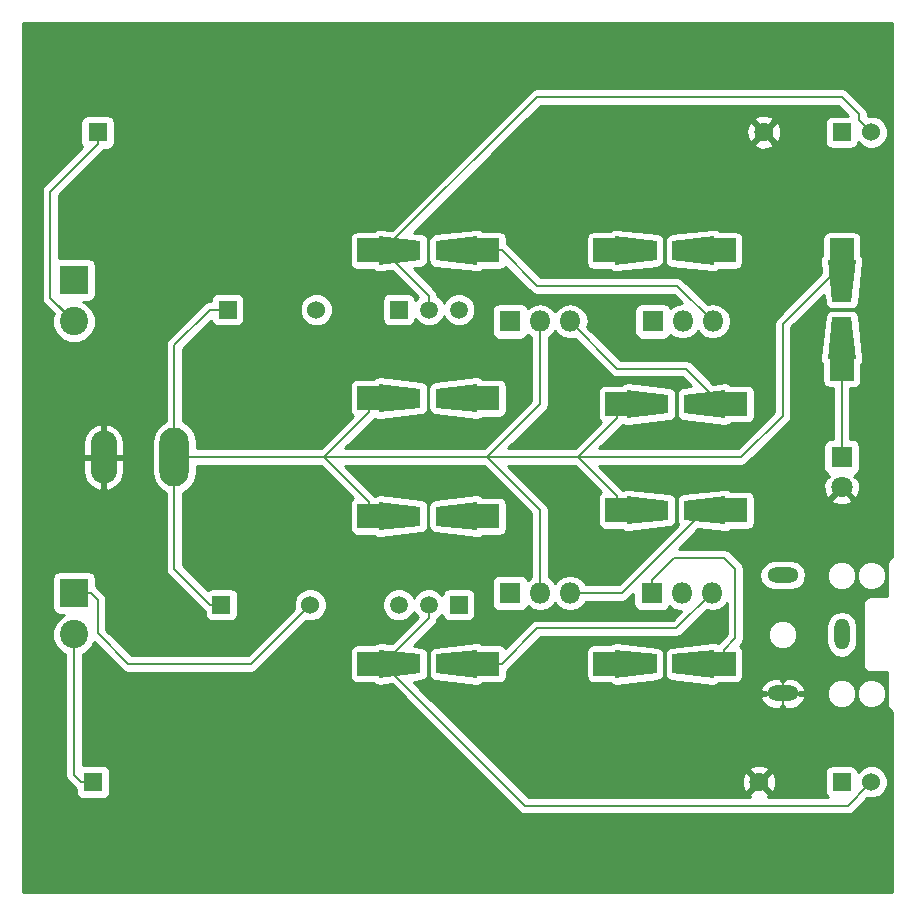
<source format=gbr>
G04 #@! TF.FileFunction,Copper,L1,Top,Signal*
%FSLAX46Y46*%
G04 Gerber Fmt 4.6, Leading zero omitted, Abs format (unit mm)*
G04 Created by KiCad (PCBNEW 4.0.7+dfsg1-1ubuntu2) date Sun Jul 21 21:14:32 2019*
%MOMM*%
%LPD*%
G01*
G04 APERTURE LIST*
%ADD10C,0.100000*%
%ADD11R,1.625600X1.625600*%
%ADD12C,1.625600*%
%ADD13R,1.524000X1.524000*%
%ADD14C,1.524000*%
%ADD15C,1.520000*%
%ADD16R,1.520000X1.520000*%
%ADD17R,1.800000X1.800000*%
%ADD18O,1.800000X1.800000*%
%ADD19C,2.400000*%
%ADD20R,2.400000X2.400000*%
%ADD21O,2.500000X5.000000*%
%ADD22O,2.250000X4.500000*%
%ADD23O,1.308000X2.616000*%
%ADD24O,2.616000X1.308000*%
%ADD25C,1.800000*%
%ADD26R,1.998980X1.998980*%
%ADD27C,0.200000*%
%ADD28C,0.254000*%
G04 APERTURE END LIST*
D10*
D11*
X36612000Y-85000000D03*
D12*
X93000000Y-85000000D03*
D13*
X48000000Y-45000000D03*
D14*
X55518400Y-45000000D03*
D13*
X99985400Y-85000000D03*
D14*
X102500000Y-85000000D03*
D13*
X47481600Y-70000000D03*
D14*
X55000000Y-70000000D03*
D13*
X99985400Y-30000000D03*
D14*
X102500000Y-30000000D03*
D11*
X37000000Y-30000000D03*
D12*
X93388000Y-30000000D03*
D15*
X65040000Y-70000000D03*
X62500000Y-70000000D03*
D16*
X67580000Y-70000000D03*
D15*
X65040000Y-45000000D03*
X67580000Y-45000000D03*
D16*
X62500000Y-45000000D03*
D17*
X71920000Y-69000000D03*
D18*
X74460000Y-69000000D03*
X77000000Y-69000000D03*
D17*
X71920000Y-46000000D03*
D18*
X74460000Y-46000000D03*
X77000000Y-46000000D03*
D17*
X84000000Y-46000000D03*
D18*
X86540000Y-46000000D03*
X89080000Y-46000000D03*
D17*
X83920000Y-69000000D03*
D18*
X86460000Y-69000000D03*
X89000000Y-69000000D03*
D19*
X35000000Y-72500000D03*
D20*
X35000000Y-69000000D03*
D19*
X35000000Y-46000000D03*
D20*
X35000000Y-42500000D03*
D21*
X43500000Y-57500000D03*
D22*
X37500000Y-57500000D03*
D23*
X100000000Y-72500000D03*
D24*
X95000000Y-67500000D03*
X95000000Y-77500000D03*
D17*
X100000000Y-57500000D03*
D25*
X100000000Y-60040000D03*
D10*
G36*
X69161800Y-38801120D02*
X69161800Y-41198880D01*
X65661680Y-40800100D01*
X65661680Y-39199900D01*
X69161800Y-38801120D01*
X69161800Y-38801120D01*
G37*
G36*
X60835680Y-41198880D02*
X60835680Y-38801120D01*
X64335800Y-39199900D01*
X64335800Y-40800100D01*
X60835680Y-41198880D01*
X60835680Y-41198880D01*
G37*
D26*
X70000000Y-40000000D03*
X59997480Y-40000000D03*
D10*
G36*
X60835680Y-53698880D02*
X60835680Y-51301120D01*
X64335800Y-51699900D01*
X64335800Y-53300100D01*
X60835680Y-53698880D01*
X60835680Y-53698880D01*
G37*
G36*
X69161800Y-51301120D02*
X69161800Y-53698880D01*
X65661680Y-53300100D01*
X65661680Y-51699900D01*
X69161800Y-51301120D01*
X69161800Y-51301120D01*
G37*
D26*
X59997480Y-52500000D03*
X70000000Y-52500000D03*
D10*
G36*
X80835680Y-41198880D02*
X80835680Y-38801120D01*
X84335800Y-39199900D01*
X84335800Y-40800100D01*
X80835680Y-41198880D01*
X80835680Y-41198880D01*
G37*
G36*
X89161800Y-38801120D02*
X89161800Y-41198880D01*
X85661680Y-40800100D01*
X85661680Y-39199900D01*
X89161800Y-38801120D01*
X89161800Y-38801120D01*
G37*
D26*
X79997480Y-40000000D03*
X90000000Y-40000000D03*
D10*
G36*
X81835680Y-54198880D02*
X81835680Y-51801120D01*
X85335800Y-52199900D01*
X85335800Y-53800100D01*
X81835680Y-54198880D01*
X81835680Y-54198880D01*
G37*
G36*
X90161800Y-51801120D02*
X90161800Y-54198880D01*
X86661680Y-53800100D01*
X86661680Y-52199900D01*
X90161800Y-51801120D01*
X90161800Y-51801120D01*
G37*
D26*
X80997480Y-53000000D03*
X91000000Y-53000000D03*
D10*
G36*
X69164320Y-73801120D02*
X69164320Y-76198880D01*
X65664200Y-75800100D01*
X65664200Y-74199900D01*
X69164320Y-73801120D01*
X69164320Y-73801120D01*
G37*
G36*
X60838200Y-76198880D02*
X60838200Y-73801120D01*
X64338320Y-74199900D01*
X64338320Y-75800100D01*
X60838200Y-76198880D01*
X60838200Y-76198880D01*
G37*
D26*
X70002520Y-75000000D03*
X60000000Y-75000000D03*
D10*
G36*
X60835680Y-63698880D02*
X60835680Y-61301120D01*
X64335800Y-61699900D01*
X64335800Y-63300100D01*
X60835680Y-63698880D01*
X60835680Y-63698880D01*
G37*
G36*
X69161800Y-61301120D02*
X69161800Y-63698880D01*
X65661680Y-63300100D01*
X65661680Y-61699900D01*
X69161800Y-61301120D01*
X69161800Y-61301120D01*
G37*
D26*
X59997480Y-62500000D03*
X70000000Y-62500000D03*
D10*
G36*
X80835680Y-76198880D02*
X80835680Y-73801120D01*
X84335800Y-74199900D01*
X84335800Y-75800100D01*
X80835680Y-76198880D01*
X80835680Y-76198880D01*
G37*
G36*
X89161800Y-73801120D02*
X89161800Y-76198880D01*
X85661680Y-75800100D01*
X85661680Y-74199900D01*
X89161800Y-73801120D01*
X89161800Y-73801120D01*
G37*
D26*
X79997480Y-75000000D03*
X90000000Y-75000000D03*
D10*
G36*
X81835680Y-63198880D02*
X81835680Y-60801120D01*
X85335800Y-61199900D01*
X85335800Y-62800100D01*
X81835680Y-63198880D01*
X81835680Y-63198880D01*
G37*
G36*
X90161800Y-60801120D02*
X90161800Y-63198880D01*
X86661680Y-62800100D01*
X86661680Y-61199900D01*
X90161800Y-60801120D01*
X90161800Y-60801120D01*
G37*
D26*
X80997480Y-62000000D03*
X91000000Y-62000000D03*
D10*
G36*
X101198880Y-49161800D02*
X98801120Y-49161800D01*
X99199900Y-45661680D01*
X100800100Y-45661680D01*
X101198880Y-49161800D01*
X101198880Y-49161800D01*
G37*
G36*
X98801120Y-40835680D02*
X101198880Y-40835680D01*
X100800100Y-44335800D01*
X99199900Y-44335800D01*
X98801120Y-40835680D01*
X98801120Y-40835680D01*
G37*
D26*
X100000000Y-50000000D03*
X100000000Y-39997480D03*
D27*
X62585740Y-40000000D02*
X59997480Y-40000000D01*
X59997480Y-40000000D02*
X61196970Y-40000000D01*
X61196970Y-40000000D02*
X65040000Y-43843030D01*
X65040000Y-43925198D02*
X65040000Y-45000000D01*
X65040000Y-43843030D02*
X65040000Y-43925198D01*
X100000000Y-27000000D02*
X74196970Y-27000000D01*
X74196970Y-27000000D02*
X61196970Y-40000000D01*
X101487199Y-28487199D02*
X100000000Y-27000000D01*
X102500000Y-30000000D02*
X101487199Y-28987199D01*
X101487199Y-28987199D02*
X101487199Y-28487199D01*
X83585740Y-62000000D02*
X80997480Y-62000000D01*
X80997480Y-53000000D02*
X83585740Y-53000000D01*
X59997480Y-52500000D02*
X62585740Y-52500000D01*
X74460000Y-69000000D02*
X74460000Y-61960000D01*
X74460000Y-61960000D02*
X70000000Y-57500000D01*
X74460000Y-46000000D02*
X74460000Y-53040000D01*
X74460000Y-53040000D02*
X70000000Y-57500000D01*
X100000000Y-39997480D02*
X100000000Y-41196970D01*
X100000000Y-41196970D02*
X95000000Y-46196970D01*
X95000000Y-46196970D02*
X95000000Y-54000000D01*
X95000000Y-54000000D02*
X91500000Y-57500000D01*
X91500000Y-57500000D02*
X77696970Y-57500000D01*
X77696970Y-57500000D02*
X80997480Y-60800510D01*
X80997480Y-60800510D02*
X80997480Y-62000000D01*
X80997480Y-53000000D02*
X80997480Y-54199490D01*
X80997480Y-54199490D02*
X77696970Y-57500000D01*
X77696970Y-57500000D02*
X70000000Y-57500000D01*
X70000000Y-57500000D02*
X56196970Y-57500000D01*
X59997480Y-62500000D02*
X61196970Y-62500000D01*
X56196970Y-57500000D02*
X59997480Y-61300510D01*
X59997480Y-61300510D02*
X59997480Y-62500000D01*
X43500000Y-57500000D02*
X43500000Y-66962000D01*
X43500000Y-66962000D02*
X46538000Y-70000000D01*
X46538000Y-70000000D02*
X47500000Y-70000000D01*
X43500000Y-57500000D02*
X43500000Y-48038000D01*
X43500000Y-48038000D02*
X46538000Y-45000000D01*
X46538000Y-45000000D02*
X47500000Y-45000000D01*
X43500000Y-57500000D02*
X56196970Y-57500000D01*
X56196970Y-57500000D02*
X59997480Y-53699490D01*
X59997480Y-53699490D02*
X59997480Y-52500000D01*
X100500000Y-87000000D02*
X73199490Y-87000000D01*
X73199490Y-87000000D02*
X72212291Y-86012801D01*
X102500000Y-85000000D02*
X100500000Y-87000000D01*
X60000000Y-75000000D02*
X61199490Y-75000000D01*
X61199490Y-75000000D02*
X65040000Y-71159490D01*
X65040000Y-71159490D02*
X65040000Y-71074802D01*
X65040000Y-71074802D02*
X65040000Y-70000000D01*
X102500000Y-85000000D02*
X101487199Y-86012801D01*
X72212291Y-86012801D02*
X61199490Y-75000000D01*
X55000000Y-70000000D02*
X50000000Y-75000000D01*
X50000000Y-75000000D02*
X39600000Y-75000000D01*
X39600000Y-75000000D02*
X37000000Y-72400000D01*
X37000000Y-72400000D02*
X37000000Y-69600000D01*
X37000000Y-69600000D02*
X36400000Y-69000000D01*
X36400000Y-69000000D02*
X35000000Y-69000000D01*
X95000000Y-77500000D02*
X95000000Y-83000000D01*
X95000000Y-83000000D02*
X93000000Y-85000000D01*
X36175000Y-57500000D02*
X37500000Y-57500000D01*
X100000000Y-60040000D02*
X97000000Y-63040000D01*
X97000000Y-63040000D02*
X97000000Y-74646000D01*
X97000000Y-74646000D02*
X95000000Y-76646000D01*
X95000000Y-76646000D02*
X95000000Y-77500000D01*
X90000000Y-40000000D02*
X87411740Y-40000000D01*
X33000000Y-44000000D02*
X33000000Y-35012800D01*
X33000000Y-35012800D02*
X37000000Y-31012800D01*
X37000000Y-31012800D02*
X37000000Y-30000000D01*
X33599999Y-44599999D02*
X33000000Y-44000000D01*
X35000000Y-46000000D02*
X33599999Y-44599999D01*
X37000000Y-30000000D02*
X36699990Y-29699990D01*
X33800001Y-44800001D02*
X35000000Y-46000000D01*
X33599999Y-44599999D02*
X33800001Y-44800001D01*
X87411740Y-75000000D02*
X90000000Y-75000000D01*
X91000000Y-67000000D02*
X91000000Y-72800510D01*
X91000000Y-72800510D02*
X90000000Y-73800510D01*
X90000000Y-73800510D02*
X90000000Y-75000000D01*
X90000000Y-66000000D02*
X91000000Y-67000000D01*
X85820000Y-66000000D02*
X90000000Y-66000000D01*
X83920000Y-69000000D02*
X83920000Y-67900000D01*
X83920000Y-67900000D02*
X85820000Y-66000000D01*
X35000000Y-72500000D02*
X35000000Y-84400800D01*
X35599200Y-85000000D02*
X36612000Y-85000000D01*
X35000000Y-84400800D02*
X35599200Y-85000000D01*
X67411740Y-52500000D02*
X70000000Y-52500000D01*
X67411740Y-40000000D02*
X70000000Y-40000000D01*
X74199490Y-43000000D02*
X86080000Y-43000000D01*
X86080000Y-43000000D02*
X89080000Y-46000000D01*
X70000000Y-40000000D02*
X71199490Y-40000000D01*
X71199490Y-40000000D02*
X74199490Y-43000000D01*
X82585740Y-40000000D02*
X79997480Y-40000000D01*
X86800510Y-50000000D02*
X81000000Y-50000000D01*
X81000000Y-50000000D02*
X77000000Y-46000000D01*
X91000000Y-53000000D02*
X89800510Y-53000000D01*
X89800510Y-53000000D02*
X86800510Y-50000000D01*
X70002520Y-75000000D02*
X67414260Y-75000000D01*
X70000000Y-62500000D02*
X67411740Y-62500000D01*
X74202010Y-72000000D02*
X86000000Y-72000000D01*
X86000000Y-72000000D02*
X89000000Y-69000000D01*
X70002520Y-75000000D02*
X71202010Y-75000000D01*
X71202010Y-75000000D02*
X74202010Y-72000000D01*
X79997480Y-75000000D02*
X82585740Y-75000000D01*
X88411740Y-62000000D02*
X91000000Y-62000000D01*
X77000000Y-69000000D02*
X81411740Y-69000000D01*
X81411740Y-69000000D02*
X88411740Y-62000000D01*
X100000000Y-50000000D02*
X100000000Y-47411740D01*
X100000000Y-57500000D02*
X100000000Y-50000000D01*
D28*
G36*
X104290000Y-65906721D02*
X104256977Y-65913290D01*
X104050952Y-66050952D01*
X103913290Y-66256977D01*
X103864950Y-66500000D01*
X103864950Y-69290000D01*
X102500000Y-69290000D01*
X102228295Y-69344046D01*
X101997954Y-69497954D01*
X101844046Y-69728295D01*
X101790000Y-70000000D01*
X101790000Y-75000000D01*
X101844046Y-75271705D01*
X101997954Y-75502046D01*
X102228295Y-75655954D01*
X102500000Y-75710000D01*
X103864950Y-75710000D01*
X103864950Y-78500000D01*
X103913290Y-78743023D01*
X104050952Y-78949048D01*
X104256977Y-79086710D01*
X104290000Y-79093279D01*
X104290000Y-94290000D01*
X30710000Y-94290000D01*
X30710000Y-67800000D01*
X33152560Y-67800000D01*
X33152560Y-70200000D01*
X33196838Y-70435317D01*
X33335910Y-70651441D01*
X33548110Y-70796431D01*
X33800000Y-70847440D01*
X34194288Y-70847440D01*
X33961914Y-70943455D01*
X33445270Y-71459199D01*
X33165319Y-72133395D01*
X33164682Y-72863403D01*
X33443455Y-73538086D01*
X33959199Y-74054730D01*
X34265000Y-74181710D01*
X34265000Y-84400800D01*
X34313475Y-84644497D01*
X34320949Y-84682072D01*
X34480277Y-84920523D01*
X35079477Y-85519724D01*
X35151760Y-85568022D01*
X35151760Y-85812800D01*
X35196038Y-86048117D01*
X35335110Y-86264241D01*
X35547310Y-86409231D01*
X35799200Y-86460240D01*
X37424800Y-86460240D01*
X37660117Y-86415962D01*
X37876241Y-86276890D01*
X38021231Y-86064690D01*
X38072240Y-85812800D01*
X38072240Y-84187200D01*
X38027962Y-83951883D01*
X37888890Y-83735759D01*
X37676690Y-83590769D01*
X37424800Y-83539760D01*
X35799200Y-83539760D01*
X35735000Y-83551840D01*
X35735000Y-74181777D01*
X36038086Y-74056545D01*
X36554730Y-73540801D01*
X36715112Y-73154558D01*
X39080276Y-75519723D01*
X39284161Y-75655954D01*
X39318728Y-75679051D01*
X39600000Y-75735000D01*
X50000000Y-75735000D01*
X50281272Y-75679051D01*
X50519723Y-75519723D01*
X52038936Y-74000510D01*
X58353070Y-74000510D01*
X58353070Y-75999490D01*
X58397348Y-76234807D01*
X58536420Y-76450931D01*
X58748620Y-76595921D01*
X59000510Y-76646930D01*
X60384858Y-76646930D01*
X60428197Y-76699955D01*
X60655445Y-76819991D01*
X60911491Y-76842158D01*
X61890644Y-76730600D01*
X71692568Y-86532525D01*
X71692571Y-86532527D01*
X72679766Y-87519723D01*
X72918218Y-87679051D01*
X73199490Y-87735000D01*
X100500000Y-87735000D01*
X100781272Y-87679051D01*
X101019723Y-87519723D01*
X102165637Y-86373810D01*
X102220900Y-86396757D01*
X102776661Y-86397242D01*
X103290303Y-86185010D01*
X103683629Y-85792370D01*
X103896757Y-85279100D01*
X103897242Y-84723339D01*
X103685010Y-84209697D01*
X103292370Y-83816371D01*
X102779100Y-83603243D01*
X102223339Y-83602758D01*
X101709697Y-83814990D01*
X101377621Y-84146487D01*
X101350562Y-84002683D01*
X101211490Y-83786559D01*
X100999290Y-83641569D01*
X100747400Y-83590560D01*
X99223400Y-83590560D01*
X98988083Y-83634838D01*
X98771959Y-83773910D01*
X98626969Y-83986110D01*
X98575960Y-84238000D01*
X98575960Y-85762000D01*
X98620238Y-85997317D01*
X98759310Y-86213441D01*
X98834769Y-86265000D01*
X93760406Y-86265000D01*
X93761705Y-86264462D01*
X93837411Y-86017016D01*
X93000000Y-85179605D01*
X92162589Y-86017016D01*
X92238295Y-86264462D01*
X92239788Y-86265000D01*
X73503937Y-86265000D01*
X72732017Y-85493081D01*
X72732015Y-85493078D01*
X72019102Y-84780165D01*
X91540297Y-84780165D01*
X91567282Y-85355503D01*
X91735538Y-85761705D01*
X91982984Y-85837411D01*
X92820395Y-85000000D01*
X93179605Y-85000000D01*
X94017016Y-85837411D01*
X94264462Y-85761705D01*
X94459703Y-85219835D01*
X94432718Y-84644497D01*
X94264462Y-84238295D01*
X94017016Y-84162589D01*
X93179605Y-85000000D01*
X92820395Y-85000000D01*
X91982984Y-84162589D01*
X91735538Y-84238295D01*
X91540297Y-84780165D01*
X72019102Y-84780165D01*
X71221921Y-83982984D01*
X92162589Y-83982984D01*
X93000000Y-84820395D01*
X93837411Y-83982984D01*
X93761705Y-83735538D01*
X93219835Y-83540297D01*
X92644497Y-83567282D01*
X92238295Y-83735538D01*
X92162589Y-83982984D01*
X71221921Y-83982984D01*
X64412838Y-77173901D01*
X93098932Y-77173901D01*
X93222908Y-77373000D01*
X93614950Y-77373000D01*
X93614950Y-77627000D01*
X93222908Y-77627000D01*
X93098932Y-77826099D01*
X93106518Y-77875946D01*
X93344736Y-78321658D01*
X93735388Y-78642280D01*
X94219000Y-78789000D01*
X94873000Y-78789000D01*
X94873000Y-78535050D01*
X95127000Y-78535050D01*
X95127000Y-78789000D01*
X95781000Y-78789000D01*
X96264612Y-78642280D01*
X96655264Y-78321658D01*
X96893482Y-77875946D01*
X96901068Y-77826099D01*
X96850307Y-77744579D01*
X98764786Y-77744579D01*
X98952408Y-78198657D01*
X99299515Y-78546371D01*
X99753266Y-78734785D01*
X100244579Y-78735214D01*
X100698657Y-78547592D01*
X101046371Y-78200485D01*
X101234785Y-77746734D01*
X101234786Y-77744579D01*
X101264786Y-77744579D01*
X101452408Y-78198657D01*
X101799515Y-78546371D01*
X102253266Y-78734785D01*
X102744579Y-78735214D01*
X103198657Y-78547592D01*
X103546371Y-78200485D01*
X103734785Y-77746734D01*
X103735214Y-77255421D01*
X103547592Y-76801343D01*
X103200485Y-76453629D01*
X102746734Y-76265215D01*
X102255421Y-76264786D01*
X101801343Y-76452408D01*
X101453629Y-76799515D01*
X101265215Y-77253266D01*
X101264786Y-77744579D01*
X101234786Y-77744579D01*
X101235214Y-77255421D01*
X101047592Y-76801343D01*
X100700485Y-76453629D01*
X100246734Y-76265215D01*
X99755421Y-76264786D01*
X99301343Y-76452408D01*
X98953629Y-76799515D01*
X98765215Y-77253266D01*
X98764786Y-77744579D01*
X96850307Y-77744579D01*
X96777092Y-77627000D01*
X96385050Y-77627000D01*
X96385050Y-77373000D01*
X96777092Y-77373000D01*
X96901068Y-77173901D01*
X96893482Y-77124054D01*
X96655264Y-76678342D01*
X96264612Y-76357720D01*
X95781000Y-76211000D01*
X95127000Y-76211000D01*
X95127000Y-76464950D01*
X94873000Y-76464950D01*
X94873000Y-76211000D01*
X94219000Y-76211000D01*
X93735388Y-76357720D01*
X93344736Y-76678342D01*
X93106518Y-77124054D01*
X93098932Y-77173901D01*
X64412838Y-77173901D01*
X63756907Y-76517971D01*
X64411611Y-76443378D01*
X64573637Y-76403262D01*
X64789761Y-76264190D01*
X64934751Y-76051990D01*
X64985760Y-75800100D01*
X64985760Y-74199900D01*
X64964243Y-74034374D01*
X64850530Y-73803896D01*
X64656108Y-73635817D01*
X64411611Y-73556622D01*
X63756907Y-73482029D01*
X65559723Y-71679214D01*
X65719051Y-71440762D01*
X65727804Y-71396757D01*
X65764986Y-71209834D01*
X65829172Y-71183313D01*
X66185316Y-70827790D01*
X66216838Y-70995317D01*
X66355910Y-71211441D01*
X66568110Y-71356431D01*
X66820000Y-71407440D01*
X68340000Y-71407440D01*
X68575317Y-71363162D01*
X68791441Y-71224090D01*
X68936431Y-71011890D01*
X68987440Y-70760000D01*
X68987440Y-69240000D01*
X68943162Y-69004683D01*
X68804090Y-68788559D01*
X68591890Y-68643569D01*
X68340000Y-68592560D01*
X66820000Y-68592560D01*
X66584683Y-68636838D01*
X66368559Y-68775910D01*
X66223569Y-68988110D01*
X66186031Y-69173480D01*
X65831236Y-68818066D01*
X65318700Y-68605242D01*
X64763735Y-68604758D01*
X64250828Y-68816687D01*
X63858066Y-69208764D01*
X63770046Y-69420738D01*
X63683313Y-69210828D01*
X63291236Y-68818066D01*
X62778700Y-68605242D01*
X62223735Y-68604758D01*
X61710828Y-68816687D01*
X61318066Y-69208764D01*
X61105242Y-69721300D01*
X61104758Y-70276265D01*
X61316687Y-70789172D01*
X61708764Y-71181934D01*
X62221300Y-71394758D01*
X62776265Y-71395242D01*
X63289172Y-71183313D01*
X63681934Y-70791236D01*
X63769954Y-70579262D01*
X63856687Y-70789172D01*
X64113555Y-71046488D01*
X61890644Y-73269400D01*
X60911491Y-73157842D01*
X60602883Y-73197958D01*
X60386759Y-73337030D01*
X60375799Y-73353070D01*
X59000510Y-73353070D01*
X58765193Y-73397348D01*
X58549069Y-73536420D01*
X58404079Y-73748620D01*
X58353070Y-74000510D01*
X52038936Y-74000510D01*
X54665637Y-71373810D01*
X54720900Y-71396757D01*
X55276661Y-71397242D01*
X55790303Y-71185010D01*
X56183629Y-70792370D01*
X56396757Y-70279100D01*
X56397242Y-69723339D01*
X56185010Y-69209697D01*
X55792370Y-68816371D01*
X55279100Y-68603243D01*
X54723339Y-68602758D01*
X54209697Y-68814990D01*
X53816371Y-69207630D01*
X53603243Y-69720900D01*
X53602758Y-70276661D01*
X53626480Y-70334073D01*
X49695554Y-74265000D01*
X39904447Y-74265000D01*
X37735000Y-72095554D01*
X37735000Y-69600000D01*
X37679051Y-69318728D01*
X37625110Y-69238000D01*
X37519723Y-69080276D01*
X36919723Y-68480277D01*
X36847440Y-68431979D01*
X36847440Y-67800000D01*
X36803162Y-67564683D01*
X36664090Y-67348559D01*
X36451890Y-67203569D01*
X36200000Y-67152560D01*
X33800000Y-67152560D01*
X33564683Y-67196838D01*
X33348559Y-67335910D01*
X33203569Y-67548110D01*
X33152560Y-67800000D01*
X30710000Y-67800000D01*
X30710000Y-56248000D01*
X35740000Y-56248000D01*
X35740000Y-57373000D01*
X36364950Y-57373000D01*
X36364950Y-57627000D01*
X35740000Y-57627000D01*
X35740000Y-58752000D01*
X35922573Y-59415856D01*
X36345295Y-59959311D01*
X36943810Y-60299629D01*
X37099957Y-60338933D01*
X37373000Y-60221206D01*
X37373000Y-59635050D01*
X37627000Y-59635050D01*
X37627000Y-60221206D01*
X37900043Y-60338933D01*
X38056190Y-60299629D01*
X38654705Y-59959311D01*
X39077427Y-59415856D01*
X39260000Y-58752000D01*
X39260000Y-57627000D01*
X38635050Y-57627000D01*
X38635050Y-57373000D01*
X39260000Y-57373000D01*
X39260000Y-56248000D01*
X39243659Y-56188582D01*
X41615000Y-56188582D01*
X41615000Y-58811418D01*
X41758487Y-59532776D01*
X42167104Y-60144314D01*
X42765000Y-60543816D01*
X42765000Y-66962000D01*
X42802905Y-67152560D01*
X42820949Y-67243272D01*
X42980277Y-67481723D01*
X46018277Y-70519724D01*
X46072160Y-70555727D01*
X46072160Y-70762000D01*
X46116438Y-70997317D01*
X46255510Y-71213441D01*
X46467710Y-71358431D01*
X46719600Y-71409440D01*
X48243600Y-71409440D01*
X48478917Y-71365162D01*
X48695041Y-71226090D01*
X48840031Y-71013890D01*
X48891040Y-70762000D01*
X48891040Y-69238000D01*
X48846762Y-69002683D01*
X48707690Y-68786559D01*
X48495490Y-68641569D01*
X48243600Y-68590560D01*
X46719600Y-68590560D01*
X46484283Y-68634838D01*
X46318782Y-68741335D01*
X44235000Y-66657554D01*
X44235000Y-60543816D01*
X44832896Y-60144314D01*
X45241513Y-59532776D01*
X45385000Y-58811418D01*
X45385000Y-58235000D01*
X55892524Y-58235000D01*
X58636233Y-60978710D01*
X58546549Y-61036420D01*
X58401559Y-61248620D01*
X58350550Y-61500510D01*
X58350550Y-63499490D01*
X58394828Y-63734807D01*
X58533900Y-63950931D01*
X58746100Y-64095921D01*
X58997990Y-64146930D01*
X60382338Y-64146930D01*
X60425677Y-64199955D01*
X60652925Y-64319991D01*
X60908971Y-64342158D01*
X64409091Y-63943378D01*
X64571117Y-63903262D01*
X64787241Y-63764190D01*
X64932231Y-63551990D01*
X64983240Y-63300100D01*
X64983240Y-61699900D01*
X65014240Y-61699900D01*
X65014240Y-63300100D01*
X65035757Y-63465626D01*
X65149470Y-63696104D01*
X65343892Y-63864183D01*
X65588389Y-63943378D01*
X69088509Y-64342158D01*
X69397117Y-64302042D01*
X69613241Y-64162970D01*
X69624201Y-64146930D01*
X70999490Y-64146930D01*
X71234807Y-64102652D01*
X71450931Y-63963580D01*
X71595921Y-63751380D01*
X71646930Y-63499490D01*
X71646930Y-61500510D01*
X71602652Y-61265193D01*
X71463580Y-61049069D01*
X71251380Y-60904079D01*
X70999490Y-60853070D01*
X69615142Y-60853070D01*
X69571803Y-60800045D01*
X69344555Y-60680009D01*
X69088509Y-60657842D01*
X65588389Y-61056622D01*
X65426363Y-61096738D01*
X65210239Y-61235810D01*
X65065249Y-61448010D01*
X65014240Y-61699900D01*
X64983240Y-61699900D01*
X64961723Y-61534374D01*
X64848010Y-61303896D01*
X64653588Y-61135817D01*
X64409091Y-61056622D01*
X60908971Y-60657842D01*
X60600363Y-60697958D01*
X60499365Y-60762948D01*
X57971416Y-58235000D01*
X69695554Y-58235000D01*
X73725000Y-62264447D01*
X73725000Y-67660362D01*
X73421974Y-67862837D01*
X73284090Y-67648559D01*
X73071890Y-67503569D01*
X72820000Y-67452560D01*
X71020000Y-67452560D01*
X70784683Y-67496838D01*
X70568559Y-67635910D01*
X70423569Y-67848110D01*
X70372560Y-68100000D01*
X70372560Y-69900000D01*
X70416838Y-70135317D01*
X70555910Y-70351441D01*
X70768110Y-70496431D01*
X71020000Y-70547440D01*
X72820000Y-70547440D01*
X73055317Y-70503162D01*
X73271441Y-70364090D01*
X73416431Y-70151890D01*
X73419719Y-70135656D01*
X73842509Y-70418155D01*
X74429928Y-70535000D01*
X74490072Y-70535000D01*
X75077491Y-70418155D01*
X75575481Y-70085409D01*
X75730000Y-69854155D01*
X75884519Y-70085409D01*
X76382509Y-70418155D01*
X76969928Y-70535000D01*
X77030072Y-70535000D01*
X77617491Y-70418155D01*
X78115481Y-70085409D01*
X78349617Y-69735000D01*
X81411740Y-69735000D01*
X81693012Y-69679051D01*
X81931463Y-69519723D01*
X82372560Y-69078626D01*
X82372560Y-69900000D01*
X82416838Y-70135317D01*
X82555910Y-70351441D01*
X82768110Y-70496431D01*
X83020000Y-70547440D01*
X84820000Y-70547440D01*
X85055317Y-70503162D01*
X85271441Y-70364090D01*
X85416431Y-70151890D01*
X85419719Y-70135656D01*
X85842509Y-70418155D01*
X86426279Y-70534274D01*
X85695554Y-71265000D01*
X74202010Y-71265000D01*
X73920738Y-71320949D01*
X73682287Y-71480276D01*
X71523810Y-73638753D01*
X71466100Y-73549069D01*
X71253900Y-73404079D01*
X71002010Y-73353070D01*
X69617662Y-73353070D01*
X69574323Y-73300045D01*
X69347075Y-73180009D01*
X69091029Y-73157842D01*
X65590909Y-73556622D01*
X65428883Y-73596738D01*
X65212759Y-73735810D01*
X65067769Y-73948010D01*
X65016760Y-74199900D01*
X65016760Y-75800100D01*
X65038277Y-75965626D01*
X65151990Y-76196104D01*
X65346412Y-76364183D01*
X65590909Y-76443378D01*
X69091029Y-76842158D01*
X69399637Y-76802042D01*
X69615761Y-76662970D01*
X69626721Y-76646930D01*
X71002010Y-76646930D01*
X71237327Y-76602652D01*
X71453451Y-76463580D01*
X71598441Y-76251380D01*
X71649450Y-75999490D01*
X71649450Y-75568021D01*
X71721733Y-75519723D01*
X73240946Y-74000510D01*
X78350550Y-74000510D01*
X78350550Y-75999490D01*
X78394828Y-76234807D01*
X78533900Y-76450931D01*
X78746100Y-76595921D01*
X78997990Y-76646930D01*
X80382338Y-76646930D01*
X80425677Y-76699955D01*
X80652925Y-76819991D01*
X80908971Y-76842158D01*
X84409091Y-76443378D01*
X84571117Y-76403262D01*
X84787241Y-76264190D01*
X84932231Y-76051990D01*
X84983240Y-75800100D01*
X84983240Y-74199900D01*
X84961723Y-74034374D01*
X84848010Y-73803896D01*
X84653588Y-73635817D01*
X84409091Y-73556622D01*
X80908971Y-73157842D01*
X80600363Y-73197958D01*
X80384239Y-73337030D01*
X80373279Y-73353070D01*
X78997990Y-73353070D01*
X78762673Y-73397348D01*
X78546549Y-73536420D01*
X78401559Y-73748620D01*
X78350550Y-74000510D01*
X73240946Y-74000510D01*
X74506457Y-72735000D01*
X86000000Y-72735000D01*
X86281272Y-72679051D01*
X86519723Y-72519723D01*
X88581675Y-70457772D01*
X88969928Y-70535000D01*
X89030072Y-70535000D01*
X89617491Y-70418155D01*
X90115481Y-70085409D01*
X90265000Y-69861638D01*
X90265000Y-72496063D01*
X89499311Y-73261753D01*
X89344555Y-73180009D01*
X89088509Y-73157842D01*
X85588389Y-73556622D01*
X85426363Y-73596738D01*
X85210239Y-73735810D01*
X85065249Y-73948010D01*
X85014240Y-74199900D01*
X85014240Y-75800100D01*
X85035757Y-75965626D01*
X85149470Y-76196104D01*
X85343892Y-76364183D01*
X85588389Y-76443378D01*
X89088509Y-76842158D01*
X89397117Y-76802042D01*
X89613241Y-76662970D01*
X89624201Y-76646930D01*
X90999490Y-76646930D01*
X91234807Y-76602652D01*
X91450931Y-76463580D01*
X91595921Y-76251380D01*
X91646930Y-75999490D01*
X91646930Y-74000510D01*
X91602652Y-73765193D01*
X91463580Y-73549069D01*
X91360987Y-73478970D01*
X91519724Y-73320233D01*
X91679051Y-73081782D01*
X91735000Y-72800510D01*
X91735000Y-72744579D01*
X93764786Y-72744579D01*
X93952408Y-73198657D01*
X94299515Y-73546371D01*
X94753266Y-73734785D01*
X95244579Y-73735214D01*
X95698657Y-73547592D01*
X96046371Y-73200485D01*
X96234785Y-72746734D01*
X96235214Y-72255421D01*
X96050316Y-71807934D01*
X98711000Y-71807934D01*
X98711000Y-73192066D01*
X98809119Y-73685345D01*
X99088539Y-74103527D01*
X99506721Y-74382947D01*
X100000000Y-74481066D01*
X100493279Y-74382947D01*
X100911461Y-74103527D01*
X101190881Y-73685345D01*
X101289000Y-73192066D01*
X101289000Y-71807934D01*
X101190881Y-71314655D01*
X100911461Y-70896473D01*
X100493279Y-70617053D01*
X100000000Y-70518934D01*
X99506721Y-70617053D01*
X99088539Y-70896473D01*
X98809119Y-71314655D01*
X98711000Y-71807934D01*
X96050316Y-71807934D01*
X96047592Y-71801343D01*
X95700485Y-71453629D01*
X95246734Y-71265215D01*
X94755421Y-71264786D01*
X94301343Y-71452408D01*
X93953629Y-71799515D01*
X93765215Y-72253266D01*
X93764786Y-72744579D01*
X91735000Y-72744579D01*
X91735000Y-67500000D01*
X93018934Y-67500000D01*
X93117053Y-67993279D01*
X93396473Y-68411461D01*
X93814655Y-68690881D01*
X94307934Y-68789000D01*
X95692066Y-68789000D01*
X96185345Y-68690881D01*
X96603527Y-68411461D01*
X96882947Y-67993279D01*
X96932416Y-67744579D01*
X98764786Y-67744579D01*
X98952408Y-68198657D01*
X99299515Y-68546371D01*
X99753266Y-68734785D01*
X100244579Y-68735214D01*
X100698657Y-68547592D01*
X101046371Y-68200485D01*
X101234785Y-67746734D01*
X101234786Y-67744579D01*
X101264786Y-67744579D01*
X101452408Y-68198657D01*
X101799515Y-68546371D01*
X102253266Y-68734785D01*
X102744579Y-68735214D01*
X103198657Y-68547592D01*
X103546371Y-68200485D01*
X103734785Y-67746734D01*
X103735214Y-67255421D01*
X103547592Y-66801343D01*
X103200485Y-66453629D01*
X102746734Y-66265215D01*
X102255421Y-66264786D01*
X101801343Y-66452408D01*
X101453629Y-66799515D01*
X101265215Y-67253266D01*
X101264786Y-67744579D01*
X101234786Y-67744579D01*
X101235214Y-67255421D01*
X101047592Y-66801343D01*
X100700485Y-66453629D01*
X100246734Y-66265215D01*
X99755421Y-66264786D01*
X99301343Y-66452408D01*
X98953629Y-66799515D01*
X98765215Y-67253266D01*
X98764786Y-67744579D01*
X96932416Y-67744579D01*
X96981066Y-67500000D01*
X96882947Y-67006721D01*
X96603527Y-66588539D01*
X96185345Y-66309119D01*
X95692066Y-66211000D01*
X94307934Y-66211000D01*
X93814655Y-66309119D01*
X93396473Y-66588539D01*
X93117053Y-67006721D01*
X93018934Y-67500000D01*
X91735000Y-67500000D01*
X91735000Y-67000000D01*
X91679051Y-66718728D01*
X91652540Y-66679051D01*
X91519724Y-66480277D01*
X90519723Y-65480277D01*
X90281272Y-65320949D01*
X90000000Y-65265000D01*
X86186187Y-65265000D01*
X87862630Y-63588556D01*
X90088509Y-63842158D01*
X90397117Y-63802042D01*
X90613241Y-63662970D01*
X90624201Y-63646930D01*
X91999490Y-63646930D01*
X92234807Y-63602652D01*
X92450931Y-63463580D01*
X92595921Y-63251380D01*
X92646930Y-62999490D01*
X92646930Y-61120159D01*
X99099446Y-61120159D01*
X99185852Y-61376643D01*
X99759336Y-61586458D01*
X100369460Y-61560839D01*
X100814148Y-61376643D01*
X100900554Y-61120159D01*
X100000000Y-60219605D01*
X99099446Y-61120159D01*
X92646930Y-61120159D01*
X92646930Y-61000510D01*
X92602652Y-60765193D01*
X92463580Y-60549069D01*
X92251380Y-60404079D01*
X91999490Y-60353070D01*
X90615142Y-60353070D01*
X90571803Y-60300045D01*
X90344555Y-60180009D01*
X90088509Y-60157842D01*
X86588389Y-60556622D01*
X86426363Y-60596738D01*
X86210239Y-60735810D01*
X86065249Y-60948010D01*
X86014240Y-61199900D01*
X86014240Y-62800100D01*
X86035757Y-62965626D01*
X86149470Y-63196104D01*
X86163800Y-63208493D01*
X81107294Y-68265000D01*
X78349617Y-68265000D01*
X78115481Y-67914591D01*
X77617491Y-67581845D01*
X77030072Y-67465000D01*
X76969928Y-67465000D01*
X76382509Y-67581845D01*
X75884519Y-67914591D01*
X75730000Y-68145845D01*
X75575481Y-67914591D01*
X75195000Y-67660362D01*
X75195000Y-61960000D01*
X75147008Y-61718728D01*
X75139051Y-61678727D01*
X74979723Y-61440276D01*
X71774446Y-58235000D01*
X77392524Y-58235000D01*
X79636234Y-60478710D01*
X79546549Y-60536420D01*
X79401559Y-60748620D01*
X79350550Y-61000510D01*
X79350550Y-62999490D01*
X79394828Y-63234807D01*
X79533900Y-63450931D01*
X79746100Y-63595921D01*
X79997990Y-63646930D01*
X81382338Y-63646930D01*
X81425677Y-63699955D01*
X81652925Y-63819991D01*
X81908971Y-63842158D01*
X85409091Y-63443378D01*
X85571117Y-63403262D01*
X85787241Y-63264190D01*
X85932231Y-63051990D01*
X85983240Y-62800100D01*
X85983240Y-61199900D01*
X85961723Y-61034374D01*
X85848010Y-60803896D01*
X85653588Y-60635817D01*
X85409091Y-60556622D01*
X81908971Y-60157842D01*
X81600363Y-60197958D01*
X81499365Y-60262949D01*
X79471416Y-58235000D01*
X91500000Y-58235000D01*
X91781272Y-58179051D01*
X92019723Y-58019723D01*
X95519723Y-54519724D01*
X95679051Y-54281273D01*
X95695226Y-54199955D01*
X95735000Y-54000000D01*
X95735000Y-49088509D01*
X98157842Y-49088509D01*
X98197958Y-49397117D01*
X98337030Y-49613241D01*
X98353070Y-49624201D01*
X98353070Y-50999490D01*
X98397348Y-51234807D01*
X98536420Y-51450931D01*
X98748620Y-51595921D01*
X99000510Y-51646930D01*
X99265000Y-51646930D01*
X99265000Y-55952560D01*
X99100000Y-55952560D01*
X98864683Y-55996838D01*
X98648559Y-56135910D01*
X98503569Y-56348110D01*
X98452560Y-56600000D01*
X98452560Y-58400000D01*
X98496838Y-58635317D01*
X98635910Y-58851441D01*
X98839574Y-58990598D01*
X98805282Y-59024890D01*
X98919839Y-59139447D01*
X98663357Y-59225852D01*
X98453542Y-59799336D01*
X98479161Y-60409460D01*
X98663357Y-60854148D01*
X98919841Y-60940554D01*
X99820395Y-60040000D01*
X99806253Y-60025858D01*
X99985858Y-59846253D01*
X100000000Y-59860395D01*
X100014143Y-59846253D01*
X100193748Y-60025858D01*
X100179605Y-60040000D01*
X101080159Y-60940554D01*
X101336643Y-60854148D01*
X101546458Y-60280664D01*
X101520839Y-59670540D01*
X101336643Y-59225852D01*
X101080161Y-59139447D01*
X101194718Y-59024890D01*
X101158240Y-58988412D01*
X101351441Y-58864090D01*
X101496431Y-58651890D01*
X101547440Y-58400000D01*
X101547440Y-56600000D01*
X101503162Y-56364683D01*
X101364090Y-56148559D01*
X101151890Y-56003569D01*
X100900000Y-55952560D01*
X100735000Y-55952560D01*
X100735000Y-51646930D01*
X100999490Y-51646930D01*
X101234807Y-51602652D01*
X101450931Y-51463580D01*
X101595921Y-51251380D01*
X101646930Y-50999490D01*
X101646930Y-49615142D01*
X101699955Y-49571803D01*
X101819991Y-49344555D01*
X101842158Y-49088509D01*
X101443378Y-45588389D01*
X101403262Y-45426363D01*
X101264190Y-45210239D01*
X101051990Y-45065249D01*
X100800100Y-45014240D01*
X99199900Y-45014240D01*
X99034374Y-45035757D01*
X98803896Y-45149470D01*
X98635817Y-45343892D01*
X98556622Y-45588389D01*
X98157842Y-49088509D01*
X95735000Y-49088509D01*
X95735000Y-46501416D01*
X98482029Y-43754387D01*
X98556622Y-44409091D01*
X98596738Y-44571117D01*
X98735810Y-44787241D01*
X98948010Y-44932231D01*
X99199900Y-44983240D01*
X100800100Y-44983240D01*
X100965626Y-44961723D01*
X101196104Y-44848010D01*
X101364183Y-44653588D01*
X101443378Y-44409091D01*
X101842158Y-40908971D01*
X101802042Y-40600363D01*
X101662970Y-40384239D01*
X101646930Y-40373279D01*
X101646930Y-38997990D01*
X101602652Y-38762673D01*
X101463580Y-38546549D01*
X101251380Y-38401559D01*
X100999490Y-38350550D01*
X99000510Y-38350550D01*
X98765193Y-38394828D01*
X98549069Y-38533900D01*
X98404079Y-38746100D01*
X98353070Y-38997990D01*
X98353070Y-40382338D01*
X98300045Y-40425677D01*
X98180009Y-40652925D01*
X98157842Y-40908971D01*
X98269400Y-41888123D01*
X94480277Y-45677247D01*
X94320949Y-45915698D01*
X94265000Y-46196970D01*
X94265000Y-53695553D01*
X91195554Y-56765000D01*
X79471416Y-56765000D01*
X81498169Y-54738247D01*
X81652925Y-54819991D01*
X81908971Y-54842158D01*
X85409091Y-54443378D01*
X85571117Y-54403262D01*
X85787241Y-54264190D01*
X85932231Y-54051990D01*
X85983240Y-53800100D01*
X85983240Y-52199900D01*
X85961723Y-52034374D01*
X85848010Y-51803896D01*
X85653588Y-51635817D01*
X85409091Y-51556622D01*
X81908971Y-51157842D01*
X81600363Y-51197958D01*
X81384239Y-51337030D01*
X81373279Y-51353070D01*
X79997990Y-51353070D01*
X79762673Y-51397348D01*
X79546549Y-51536420D01*
X79401559Y-51748620D01*
X79350550Y-52000510D01*
X79350550Y-53999490D01*
X79394828Y-54234807D01*
X79533900Y-54450931D01*
X79636494Y-54521030D01*
X77392524Y-56765000D01*
X71774446Y-56765000D01*
X74979723Y-53559724D01*
X75139051Y-53321273D01*
X75156212Y-53235000D01*
X75195000Y-53040000D01*
X75195000Y-47339638D01*
X75575481Y-47085409D01*
X75730000Y-46854155D01*
X75884519Y-47085409D01*
X76382509Y-47418155D01*
X76969928Y-47535000D01*
X77030072Y-47535000D01*
X77418325Y-47457772D01*
X80480276Y-50519723D01*
X80718728Y-50679051D01*
X81000000Y-50735000D01*
X86496064Y-50735000D01*
X87243093Y-51482029D01*
X86588389Y-51556622D01*
X86426363Y-51596738D01*
X86210239Y-51735810D01*
X86065249Y-51948010D01*
X86014240Y-52199900D01*
X86014240Y-53800100D01*
X86035757Y-53965626D01*
X86149470Y-54196104D01*
X86343892Y-54364183D01*
X86588389Y-54443378D01*
X90088509Y-54842158D01*
X90397117Y-54802042D01*
X90613241Y-54662970D01*
X90624201Y-54646930D01*
X91999490Y-54646930D01*
X92234807Y-54602652D01*
X92450931Y-54463580D01*
X92595921Y-54251380D01*
X92646930Y-53999490D01*
X92646930Y-52000510D01*
X92602652Y-51765193D01*
X92463580Y-51549069D01*
X92251380Y-51404079D01*
X91999490Y-51353070D01*
X90615142Y-51353070D01*
X90571803Y-51300045D01*
X90344555Y-51180009D01*
X90088509Y-51157842D01*
X89109357Y-51269400D01*
X87320233Y-49480277D01*
X87081782Y-49320949D01*
X86800510Y-49265000D01*
X81304447Y-49265000D01*
X78477865Y-46438419D01*
X78565072Y-46000000D01*
X78448227Y-45412581D01*
X78115481Y-44914591D01*
X77617491Y-44581845D01*
X77030072Y-44465000D01*
X76969928Y-44465000D01*
X76382509Y-44581845D01*
X75884519Y-44914591D01*
X75730000Y-45145845D01*
X75575481Y-44914591D01*
X75077491Y-44581845D01*
X74490072Y-44465000D01*
X74429928Y-44465000D01*
X73842509Y-44581845D01*
X73421974Y-44862837D01*
X73284090Y-44648559D01*
X73071890Y-44503569D01*
X72820000Y-44452560D01*
X71020000Y-44452560D01*
X70784683Y-44496838D01*
X70568559Y-44635910D01*
X70423569Y-44848110D01*
X70372560Y-45100000D01*
X70372560Y-46900000D01*
X70416838Y-47135317D01*
X70555910Y-47351441D01*
X70768110Y-47496431D01*
X71020000Y-47547440D01*
X72820000Y-47547440D01*
X73055317Y-47503162D01*
X73271441Y-47364090D01*
X73416431Y-47151890D01*
X73419719Y-47135656D01*
X73725000Y-47339638D01*
X73725000Y-52735553D01*
X69695554Y-56765000D01*
X57971416Y-56765000D01*
X60498170Y-54238247D01*
X60652925Y-54319991D01*
X60908971Y-54342158D01*
X64409091Y-53943378D01*
X64571117Y-53903262D01*
X64787241Y-53764190D01*
X64932231Y-53551990D01*
X64983240Y-53300100D01*
X64983240Y-51699900D01*
X65014240Y-51699900D01*
X65014240Y-53300100D01*
X65035757Y-53465626D01*
X65149470Y-53696104D01*
X65343892Y-53864183D01*
X65588389Y-53943378D01*
X69088509Y-54342158D01*
X69397117Y-54302042D01*
X69613241Y-54162970D01*
X69624201Y-54146930D01*
X70999490Y-54146930D01*
X71234807Y-54102652D01*
X71450931Y-53963580D01*
X71595921Y-53751380D01*
X71646930Y-53499490D01*
X71646930Y-51500510D01*
X71602652Y-51265193D01*
X71463580Y-51049069D01*
X71251380Y-50904079D01*
X70999490Y-50853070D01*
X69615142Y-50853070D01*
X69571803Y-50800045D01*
X69344555Y-50680009D01*
X69088509Y-50657842D01*
X65588389Y-51056622D01*
X65426363Y-51096738D01*
X65210239Y-51235810D01*
X65065249Y-51448010D01*
X65014240Y-51699900D01*
X64983240Y-51699900D01*
X64961723Y-51534374D01*
X64848010Y-51303896D01*
X64653588Y-51135817D01*
X64409091Y-51056622D01*
X60908971Y-50657842D01*
X60600363Y-50697958D01*
X60384239Y-50837030D01*
X60373279Y-50853070D01*
X58997990Y-50853070D01*
X58762673Y-50897348D01*
X58546549Y-51036420D01*
X58401559Y-51248620D01*
X58350550Y-51500510D01*
X58350550Y-53499490D01*
X58394828Y-53734807D01*
X58533900Y-53950931D01*
X58636493Y-54021030D01*
X55892524Y-56765000D01*
X45385000Y-56765000D01*
X45385000Y-56188582D01*
X45241513Y-55467224D01*
X44832896Y-54855686D01*
X44235000Y-54456184D01*
X44235000Y-48342446D01*
X46626174Y-45951273D01*
X46634838Y-45997317D01*
X46773910Y-46213441D01*
X46986110Y-46358431D01*
X47238000Y-46409440D01*
X48762000Y-46409440D01*
X48997317Y-46365162D01*
X49213441Y-46226090D01*
X49358431Y-46013890D01*
X49409440Y-45762000D01*
X49409440Y-45276661D01*
X54121158Y-45276661D01*
X54333390Y-45790303D01*
X54726030Y-46183629D01*
X55239300Y-46396757D01*
X55795061Y-46397242D01*
X56308703Y-46185010D01*
X56702029Y-45792370D01*
X56915157Y-45279100D01*
X56915642Y-44723339D01*
X56703410Y-44209697D01*
X56310770Y-43816371D01*
X55797500Y-43603243D01*
X55241739Y-43602758D01*
X54728097Y-43814990D01*
X54334771Y-44207630D01*
X54121643Y-44720900D01*
X54121158Y-45276661D01*
X49409440Y-45276661D01*
X49409440Y-44238000D01*
X49365162Y-44002683D01*
X49226090Y-43786559D01*
X49013890Y-43641569D01*
X48762000Y-43590560D01*
X47238000Y-43590560D01*
X47002683Y-43634838D01*
X46786559Y-43773910D01*
X46641569Y-43986110D01*
X46590560Y-44238000D01*
X46590560Y-44265000D01*
X46538000Y-44265000D01*
X46267899Y-44318727D01*
X46256728Y-44320949D01*
X46018277Y-44480276D01*
X42980277Y-47518277D01*
X42820949Y-47756728D01*
X42765000Y-48038000D01*
X42765000Y-54456184D01*
X42167104Y-54855686D01*
X41758487Y-55467224D01*
X41615000Y-56188582D01*
X39243659Y-56188582D01*
X39077427Y-55584144D01*
X38654705Y-55040689D01*
X38056190Y-54700371D01*
X37900043Y-54661067D01*
X37627000Y-54778794D01*
X37627000Y-55364950D01*
X37373000Y-55364950D01*
X37373000Y-54778794D01*
X37099957Y-54661067D01*
X36943810Y-54700371D01*
X36345295Y-55040689D01*
X35922573Y-55584144D01*
X35740000Y-56248000D01*
X30710000Y-56248000D01*
X30710000Y-35012800D01*
X32265000Y-35012800D01*
X32265000Y-44000000D01*
X32320751Y-44280278D01*
X32320949Y-44281272D01*
X32480277Y-44519723D01*
X33080276Y-45119723D01*
X33080279Y-45119725D01*
X33280278Y-45319725D01*
X33280281Y-45319727D01*
X33291081Y-45330527D01*
X33165319Y-45633395D01*
X33164682Y-46363403D01*
X33443455Y-47038086D01*
X33959199Y-47554730D01*
X34633395Y-47834681D01*
X35363403Y-47835318D01*
X36038086Y-47556545D01*
X36554730Y-47040801D01*
X36834681Y-46366605D01*
X36835318Y-45636597D01*
X36556545Y-44961914D01*
X36040801Y-44445270D01*
X35805201Y-44347440D01*
X36200000Y-44347440D01*
X36435317Y-44303162D01*
X36651441Y-44164090D01*
X36796431Y-43951890D01*
X36847440Y-43700000D01*
X36847440Y-41300000D01*
X36803162Y-41064683D01*
X36664090Y-40848559D01*
X36451890Y-40703569D01*
X36200000Y-40652560D01*
X33800000Y-40652560D01*
X33735000Y-40664791D01*
X33735000Y-39000510D01*
X58350550Y-39000510D01*
X58350550Y-40999490D01*
X58394828Y-41234807D01*
X58533900Y-41450931D01*
X58746100Y-41595921D01*
X58997990Y-41646930D01*
X60382338Y-41646930D01*
X60425677Y-41699955D01*
X60652925Y-41819991D01*
X60908971Y-41842158D01*
X61888124Y-41730600D01*
X64112398Y-43954875D01*
X63894684Y-44172210D01*
X63863162Y-44004683D01*
X63724090Y-43788559D01*
X63511890Y-43643569D01*
X63260000Y-43592560D01*
X61740000Y-43592560D01*
X61504683Y-43636838D01*
X61288559Y-43775910D01*
X61143569Y-43988110D01*
X61092560Y-44240000D01*
X61092560Y-45760000D01*
X61136838Y-45995317D01*
X61275910Y-46211441D01*
X61488110Y-46356431D01*
X61740000Y-46407440D01*
X63260000Y-46407440D01*
X63495317Y-46363162D01*
X63711441Y-46224090D01*
X63856431Y-46011890D01*
X63893969Y-45826520D01*
X64248764Y-46181934D01*
X64761300Y-46394758D01*
X65316265Y-46395242D01*
X65829172Y-46183313D01*
X66221934Y-45791236D01*
X66309954Y-45579262D01*
X66396687Y-45789172D01*
X66788764Y-46181934D01*
X67301300Y-46394758D01*
X67856265Y-46395242D01*
X68369172Y-46183313D01*
X68761934Y-45791236D01*
X68974758Y-45278700D01*
X68975242Y-44723735D01*
X68763313Y-44210828D01*
X68371236Y-43818066D01*
X67858700Y-43605242D01*
X67303735Y-43604758D01*
X66790828Y-43816687D01*
X66398066Y-44208764D01*
X66310046Y-44420738D01*
X66223313Y-44210828D01*
X65831236Y-43818066D01*
X65764524Y-43790365D01*
X65719051Y-43561758D01*
X65614626Y-43405475D01*
X65559723Y-43323306D01*
X63754387Y-41517971D01*
X64409091Y-41443378D01*
X64571117Y-41403262D01*
X64787241Y-41264190D01*
X64932231Y-41051990D01*
X64983240Y-40800100D01*
X64983240Y-39199900D01*
X65014240Y-39199900D01*
X65014240Y-40800100D01*
X65035757Y-40965626D01*
X65149470Y-41196104D01*
X65343892Y-41364183D01*
X65588389Y-41443378D01*
X69088509Y-41842158D01*
X69397117Y-41802042D01*
X69613241Y-41662970D01*
X69624201Y-41646930D01*
X70999490Y-41646930D01*
X71234807Y-41602652D01*
X71450931Y-41463580D01*
X71521030Y-41360986D01*
X73679767Y-43519724D01*
X73918218Y-43679051D01*
X74199490Y-43735000D01*
X85775554Y-43735000D01*
X86506279Y-44465726D01*
X85922509Y-44581845D01*
X85501974Y-44862837D01*
X85364090Y-44648559D01*
X85151890Y-44503569D01*
X84900000Y-44452560D01*
X83100000Y-44452560D01*
X82864683Y-44496838D01*
X82648559Y-44635910D01*
X82503569Y-44848110D01*
X82452560Y-45100000D01*
X82452560Y-46900000D01*
X82496838Y-47135317D01*
X82635910Y-47351441D01*
X82848110Y-47496431D01*
X83100000Y-47547440D01*
X84900000Y-47547440D01*
X85135317Y-47503162D01*
X85351441Y-47364090D01*
X85496431Y-47151890D01*
X85499719Y-47135656D01*
X85922509Y-47418155D01*
X86509928Y-47535000D01*
X86570072Y-47535000D01*
X87157491Y-47418155D01*
X87655481Y-47085409D01*
X87810000Y-46854155D01*
X87964519Y-47085409D01*
X88462509Y-47418155D01*
X89049928Y-47535000D01*
X89110072Y-47535000D01*
X89697491Y-47418155D01*
X90195481Y-47085409D01*
X90528227Y-46587419D01*
X90645072Y-46000000D01*
X90528227Y-45412581D01*
X90195481Y-44914591D01*
X89697491Y-44581845D01*
X89110072Y-44465000D01*
X89049928Y-44465000D01*
X88661675Y-44542228D01*
X86599723Y-42480277D01*
X86361272Y-42320949D01*
X86080000Y-42265000D01*
X74503937Y-42265000D01*
X71719213Y-39480277D01*
X71646930Y-39431979D01*
X71646930Y-39000510D01*
X78350550Y-39000510D01*
X78350550Y-40999490D01*
X78394828Y-41234807D01*
X78533900Y-41450931D01*
X78746100Y-41595921D01*
X78997990Y-41646930D01*
X80382338Y-41646930D01*
X80425677Y-41699955D01*
X80652925Y-41819991D01*
X80908971Y-41842158D01*
X84409091Y-41443378D01*
X84571117Y-41403262D01*
X84787241Y-41264190D01*
X84932231Y-41051990D01*
X84983240Y-40800100D01*
X84983240Y-39199900D01*
X85014240Y-39199900D01*
X85014240Y-40800100D01*
X85035757Y-40965626D01*
X85149470Y-41196104D01*
X85343892Y-41364183D01*
X85588389Y-41443378D01*
X89088509Y-41842158D01*
X89397117Y-41802042D01*
X89613241Y-41662970D01*
X89624201Y-41646930D01*
X90999490Y-41646930D01*
X91234807Y-41602652D01*
X91450931Y-41463580D01*
X91595921Y-41251380D01*
X91646930Y-40999490D01*
X91646930Y-39000510D01*
X91602652Y-38765193D01*
X91463580Y-38549069D01*
X91251380Y-38404079D01*
X90999490Y-38353070D01*
X89615142Y-38353070D01*
X89571803Y-38300045D01*
X89344555Y-38180009D01*
X89088509Y-38157842D01*
X85588389Y-38556622D01*
X85426363Y-38596738D01*
X85210239Y-38735810D01*
X85065249Y-38948010D01*
X85014240Y-39199900D01*
X84983240Y-39199900D01*
X84961723Y-39034374D01*
X84848010Y-38803896D01*
X84653588Y-38635817D01*
X84409091Y-38556622D01*
X80908971Y-38157842D01*
X80600363Y-38197958D01*
X80384239Y-38337030D01*
X80373279Y-38353070D01*
X78997990Y-38353070D01*
X78762673Y-38397348D01*
X78546549Y-38536420D01*
X78401559Y-38748620D01*
X78350550Y-39000510D01*
X71646930Y-39000510D01*
X71602652Y-38765193D01*
X71463580Y-38549069D01*
X71251380Y-38404079D01*
X70999490Y-38353070D01*
X69615142Y-38353070D01*
X69571803Y-38300045D01*
X69344555Y-38180009D01*
X69088509Y-38157842D01*
X65588389Y-38556622D01*
X65426363Y-38596738D01*
X65210239Y-38735810D01*
X65065249Y-38948010D01*
X65014240Y-39199900D01*
X64983240Y-39199900D01*
X64961723Y-39034374D01*
X64848010Y-38803896D01*
X64653588Y-38635817D01*
X64409091Y-38556622D01*
X63754387Y-38482029D01*
X71219400Y-31017016D01*
X92550589Y-31017016D01*
X92626295Y-31264462D01*
X93168165Y-31459703D01*
X93743503Y-31432718D01*
X94149705Y-31264462D01*
X94225411Y-31017016D01*
X93388000Y-30179605D01*
X92550589Y-31017016D01*
X71219400Y-31017016D01*
X72456251Y-29780165D01*
X91928297Y-29780165D01*
X91955282Y-30355503D01*
X92123538Y-30761705D01*
X92370984Y-30837411D01*
X93208395Y-30000000D01*
X93567605Y-30000000D01*
X94405016Y-30837411D01*
X94652462Y-30761705D01*
X94847703Y-30219835D01*
X94820718Y-29644497D01*
X94652462Y-29238295D01*
X94405016Y-29162589D01*
X93567605Y-30000000D01*
X93208395Y-30000000D01*
X92370984Y-29162589D01*
X92123538Y-29238295D01*
X91928297Y-29780165D01*
X72456251Y-29780165D01*
X73253432Y-28982984D01*
X92550589Y-28982984D01*
X93388000Y-29820395D01*
X94225411Y-28982984D01*
X94149705Y-28735538D01*
X93607835Y-28540297D01*
X93032497Y-28567282D01*
X92626295Y-28735538D01*
X92550589Y-28982984D01*
X73253432Y-28982984D01*
X74501417Y-27735000D01*
X99695554Y-27735000D01*
X100551114Y-28590560D01*
X99223400Y-28590560D01*
X98988083Y-28634838D01*
X98771959Y-28773910D01*
X98626969Y-28986110D01*
X98575960Y-29238000D01*
X98575960Y-30762000D01*
X98620238Y-30997317D01*
X98759310Y-31213441D01*
X98971510Y-31358431D01*
X99223400Y-31409440D01*
X100747400Y-31409440D01*
X100982717Y-31365162D01*
X101198841Y-31226090D01*
X101343831Y-31013890D01*
X101376609Y-30852029D01*
X101707630Y-31183629D01*
X102220900Y-31396757D01*
X102776661Y-31397242D01*
X103290303Y-31185010D01*
X103683629Y-30792370D01*
X103896757Y-30279100D01*
X103897242Y-29723339D01*
X103685010Y-29209697D01*
X103292370Y-28816371D01*
X102779100Y-28603243D01*
X102223339Y-28602758D01*
X102222199Y-28603229D01*
X102222199Y-28487199D01*
X102166250Y-28205927D01*
X102006922Y-27967476D01*
X100519723Y-26480277D01*
X100281272Y-26320949D01*
X100000000Y-26265000D01*
X74196970Y-26265000D01*
X73915698Y-26320949D01*
X73677246Y-26480277D01*
X61888124Y-38269400D01*
X60908971Y-38157842D01*
X60600363Y-38197958D01*
X60384239Y-38337030D01*
X60373279Y-38353070D01*
X58997990Y-38353070D01*
X58762673Y-38397348D01*
X58546549Y-38536420D01*
X58401559Y-38748620D01*
X58350550Y-39000510D01*
X33735000Y-39000510D01*
X33735000Y-35317246D01*
X37519723Y-31532524D01*
X37568021Y-31460240D01*
X37812800Y-31460240D01*
X38048117Y-31415962D01*
X38264241Y-31276890D01*
X38409231Y-31064690D01*
X38460240Y-30812800D01*
X38460240Y-29187200D01*
X38415962Y-28951883D01*
X38276890Y-28735759D01*
X38064690Y-28590769D01*
X37812800Y-28539760D01*
X36187200Y-28539760D01*
X35951883Y-28584038D01*
X35735759Y-28723110D01*
X35590769Y-28935310D01*
X35539760Y-29187200D01*
X35539760Y-30812800D01*
X35584038Y-31048117D01*
X35717629Y-31255724D01*
X32480277Y-34493077D01*
X32320949Y-34731528D01*
X32265000Y-35012800D01*
X30710000Y-35012800D01*
X30710000Y-20710000D01*
X104290000Y-20710000D01*
X104290000Y-65906721D01*
X104290000Y-65906721D01*
G37*
X104290000Y-65906721D02*
X104256977Y-65913290D01*
X104050952Y-66050952D01*
X103913290Y-66256977D01*
X103864950Y-66500000D01*
X103864950Y-69290000D01*
X102500000Y-69290000D01*
X102228295Y-69344046D01*
X101997954Y-69497954D01*
X101844046Y-69728295D01*
X101790000Y-70000000D01*
X101790000Y-75000000D01*
X101844046Y-75271705D01*
X101997954Y-75502046D01*
X102228295Y-75655954D01*
X102500000Y-75710000D01*
X103864950Y-75710000D01*
X103864950Y-78500000D01*
X103913290Y-78743023D01*
X104050952Y-78949048D01*
X104256977Y-79086710D01*
X104290000Y-79093279D01*
X104290000Y-94290000D01*
X30710000Y-94290000D01*
X30710000Y-67800000D01*
X33152560Y-67800000D01*
X33152560Y-70200000D01*
X33196838Y-70435317D01*
X33335910Y-70651441D01*
X33548110Y-70796431D01*
X33800000Y-70847440D01*
X34194288Y-70847440D01*
X33961914Y-70943455D01*
X33445270Y-71459199D01*
X33165319Y-72133395D01*
X33164682Y-72863403D01*
X33443455Y-73538086D01*
X33959199Y-74054730D01*
X34265000Y-74181710D01*
X34265000Y-84400800D01*
X34313475Y-84644497D01*
X34320949Y-84682072D01*
X34480277Y-84920523D01*
X35079477Y-85519724D01*
X35151760Y-85568022D01*
X35151760Y-85812800D01*
X35196038Y-86048117D01*
X35335110Y-86264241D01*
X35547310Y-86409231D01*
X35799200Y-86460240D01*
X37424800Y-86460240D01*
X37660117Y-86415962D01*
X37876241Y-86276890D01*
X38021231Y-86064690D01*
X38072240Y-85812800D01*
X38072240Y-84187200D01*
X38027962Y-83951883D01*
X37888890Y-83735759D01*
X37676690Y-83590769D01*
X37424800Y-83539760D01*
X35799200Y-83539760D01*
X35735000Y-83551840D01*
X35735000Y-74181777D01*
X36038086Y-74056545D01*
X36554730Y-73540801D01*
X36715112Y-73154558D01*
X39080276Y-75519723D01*
X39284161Y-75655954D01*
X39318728Y-75679051D01*
X39600000Y-75735000D01*
X50000000Y-75735000D01*
X50281272Y-75679051D01*
X50519723Y-75519723D01*
X52038936Y-74000510D01*
X58353070Y-74000510D01*
X58353070Y-75999490D01*
X58397348Y-76234807D01*
X58536420Y-76450931D01*
X58748620Y-76595921D01*
X59000510Y-76646930D01*
X60384858Y-76646930D01*
X60428197Y-76699955D01*
X60655445Y-76819991D01*
X60911491Y-76842158D01*
X61890644Y-76730600D01*
X71692568Y-86532525D01*
X71692571Y-86532527D01*
X72679766Y-87519723D01*
X72918218Y-87679051D01*
X73199490Y-87735000D01*
X100500000Y-87735000D01*
X100781272Y-87679051D01*
X101019723Y-87519723D01*
X102165637Y-86373810D01*
X102220900Y-86396757D01*
X102776661Y-86397242D01*
X103290303Y-86185010D01*
X103683629Y-85792370D01*
X103896757Y-85279100D01*
X103897242Y-84723339D01*
X103685010Y-84209697D01*
X103292370Y-83816371D01*
X102779100Y-83603243D01*
X102223339Y-83602758D01*
X101709697Y-83814990D01*
X101377621Y-84146487D01*
X101350562Y-84002683D01*
X101211490Y-83786559D01*
X100999290Y-83641569D01*
X100747400Y-83590560D01*
X99223400Y-83590560D01*
X98988083Y-83634838D01*
X98771959Y-83773910D01*
X98626969Y-83986110D01*
X98575960Y-84238000D01*
X98575960Y-85762000D01*
X98620238Y-85997317D01*
X98759310Y-86213441D01*
X98834769Y-86265000D01*
X93760406Y-86265000D01*
X93761705Y-86264462D01*
X93837411Y-86017016D01*
X93000000Y-85179605D01*
X92162589Y-86017016D01*
X92238295Y-86264462D01*
X92239788Y-86265000D01*
X73503937Y-86265000D01*
X72732017Y-85493081D01*
X72732015Y-85493078D01*
X72019102Y-84780165D01*
X91540297Y-84780165D01*
X91567282Y-85355503D01*
X91735538Y-85761705D01*
X91982984Y-85837411D01*
X92820395Y-85000000D01*
X93179605Y-85000000D01*
X94017016Y-85837411D01*
X94264462Y-85761705D01*
X94459703Y-85219835D01*
X94432718Y-84644497D01*
X94264462Y-84238295D01*
X94017016Y-84162589D01*
X93179605Y-85000000D01*
X92820395Y-85000000D01*
X91982984Y-84162589D01*
X91735538Y-84238295D01*
X91540297Y-84780165D01*
X72019102Y-84780165D01*
X71221921Y-83982984D01*
X92162589Y-83982984D01*
X93000000Y-84820395D01*
X93837411Y-83982984D01*
X93761705Y-83735538D01*
X93219835Y-83540297D01*
X92644497Y-83567282D01*
X92238295Y-83735538D01*
X92162589Y-83982984D01*
X71221921Y-83982984D01*
X64412838Y-77173901D01*
X93098932Y-77173901D01*
X93222908Y-77373000D01*
X93614950Y-77373000D01*
X93614950Y-77627000D01*
X93222908Y-77627000D01*
X93098932Y-77826099D01*
X93106518Y-77875946D01*
X93344736Y-78321658D01*
X93735388Y-78642280D01*
X94219000Y-78789000D01*
X94873000Y-78789000D01*
X94873000Y-78535050D01*
X95127000Y-78535050D01*
X95127000Y-78789000D01*
X95781000Y-78789000D01*
X96264612Y-78642280D01*
X96655264Y-78321658D01*
X96893482Y-77875946D01*
X96901068Y-77826099D01*
X96850307Y-77744579D01*
X98764786Y-77744579D01*
X98952408Y-78198657D01*
X99299515Y-78546371D01*
X99753266Y-78734785D01*
X100244579Y-78735214D01*
X100698657Y-78547592D01*
X101046371Y-78200485D01*
X101234785Y-77746734D01*
X101234786Y-77744579D01*
X101264786Y-77744579D01*
X101452408Y-78198657D01*
X101799515Y-78546371D01*
X102253266Y-78734785D01*
X102744579Y-78735214D01*
X103198657Y-78547592D01*
X103546371Y-78200485D01*
X103734785Y-77746734D01*
X103735214Y-77255421D01*
X103547592Y-76801343D01*
X103200485Y-76453629D01*
X102746734Y-76265215D01*
X102255421Y-76264786D01*
X101801343Y-76452408D01*
X101453629Y-76799515D01*
X101265215Y-77253266D01*
X101264786Y-77744579D01*
X101234786Y-77744579D01*
X101235214Y-77255421D01*
X101047592Y-76801343D01*
X100700485Y-76453629D01*
X100246734Y-76265215D01*
X99755421Y-76264786D01*
X99301343Y-76452408D01*
X98953629Y-76799515D01*
X98765215Y-77253266D01*
X98764786Y-77744579D01*
X96850307Y-77744579D01*
X96777092Y-77627000D01*
X96385050Y-77627000D01*
X96385050Y-77373000D01*
X96777092Y-77373000D01*
X96901068Y-77173901D01*
X96893482Y-77124054D01*
X96655264Y-76678342D01*
X96264612Y-76357720D01*
X95781000Y-76211000D01*
X95127000Y-76211000D01*
X95127000Y-76464950D01*
X94873000Y-76464950D01*
X94873000Y-76211000D01*
X94219000Y-76211000D01*
X93735388Y-76357720D01*
X93344736Y-76678342D01*
X93106518Y-77124054D01*
X93098932Y-77173901D01*
X64412838Y-77173901D01*
X63756907Y-76517971D01*
X64411611Y-76443378D01*
X64573637Y-76403262D01*
X64789761Y-76264190D01*
X64934751Y-76051990D01*
X64985760Y-75800100D01*
X64985760Y-74199900D01*
X64964243Y-74034374D01*
X64850530Y-73803896D01*
X64656108Y-73635817D01*
X64411611Y-73556622D01*
X63756907Y-73482029D01*
X65559723Y-71679214D01*
X65719051Y-71440762D01*
X65727804Y-71396757D01*
X65764986Y-71209834D01*
X65829172Y-71183313D01*
X66185316Y-70827790D01*
X66216838Y-70995317D01*
X66355910Y-71211441D01*
X66568110Y-71356431D01*
X66820000Y-71407440D01*
X68340000Y-71407440D01*
X68575317Y-71363162D01*
X68791441Y-71224090D01*
X68936431Y-71011890D01*
X68987440Y-70760000D01*
X68987440Y-69240000D01*
X68943162Y-69004683D01*
X68804090Y-68788559D01*
X68591890Y-68643569D01*
X68340000Y-68592560D01*
X66820000Y-68592560D01*
X66584683Y-68636838D01*
X66368559Y-68775910D01*
X66223569Y-68988110D01*
X66186031Y-69173480D01*
X65831236Y-68818066D01*
X65318700Y-68605242D01*
X64763735Y-68604758D01*
X64250828Y-68816687D01*
X63858066Y-69208764D01*
X63770046Y-69420738D01*
X63683313Y-69210828D01*
X63291236Y-68818066D01*
X62778700Y-68605242D01*
X62223735Y-68604758D01*
X61710828Y-68816687D01*
X61318066Y-69208764D01*
X61105242Y-69721300D01*
X61104758Y-70276265D01*
X61316687Y-70789172D01*
X61708764Y-71181934D01*
X62221300Y-71394758D01*
X62776265Y-71395242D01*
X63289172Y-71183313D01*
X63681934Y-70791236D01*
X63769954Y-70579262D01*
X63856687Y-70789172D01*
X64113555Y-71046488D01*
X61890644Y-73269400D01*
X60911491Y-73157842D01*
X60602883Y-73197958D01*
X60386759Y-73337030D01*
X60375799Y-73353070D01*
X59000510Y-73353070D01*
X58765193Y-73397348D01*
X58549069Y-73536420D01*
X58404079Y-73748620D01*
X58353070Y-74000510D01*
X52038936Y-74000510D01*
X54665637Y-71373810D01*
X54720900Y-71396757D01*
X55276661Y-71397242D01*
X55790303Y-71185010D01*
X56183629Y-70792370D01*
X56396757Y-70279100D01*
X56397242Y-69723339D01*
X56185010Y-69209697D01*
X55792370Y-68816371D01*
X55279100Y-68603243D01*
X54723339Y-68602758D01*
X54209697Y-68814990D01*
X53816371Y-69207630D01*
X53603243Y-69720900D01*
X53602758Y-70276661D01*
X53626480Y-70334073D01*
X49695554Y-74265000D01*
X39904447Y-74265000D01*
X37735000Y-72095554D01*
X37735000Y-69600000D01*
X37679051Y-69318728D01*
X37625110Y-69238000D01*
X37519723Y-69080276D01*
X36919723Y-68480277D01*
X36847440Y-68431979D01*
X36847440Y-67800000D01*
X36803162Y-67564683D01*
X36664090Y-67348559D01*
X36451890Y-67203569D01*
X36200000Y-67152560D01*
X33800000Y-67152560D01*
X33564683Y-67196838D01*
X33348559Y-67335910D01*
X33203569Y-67548110D01*
X33152560Y-67800000D01*
X30710000Y-67800000D01*
X30710000Y-56248000D01*
X35740000Y-56248000D01*
X35740000Y-57373000D01*
X36364950Y-57373000D01*
X36364950Y-57627000D01*
X35740000Y-57627000D01*
X35740000Y-58752000D01*
X35922573Y-59415856D01*
X36345295Y-59959311D01*
X36943810Y-60299629D01*
X37099957Y-60338933D01*
X37373000Y-60221206D01*
X37373000Y-59635050D01*
X37627000Y-59635050D01*
X37627000Y-60221206D01*
X37900043Y-60338933D01*
X38056190Y-60299629D01*
X38654705Y-59959311D01*
X39077427Y-59415856D01*
X39260000Y-58752000D01*
X39260000Y-57627000D01*
X38635050Y-57627000D01*
X38635050Y-57373000D01*
X39260000Y-57373000D01*
X39260000Y-56248000D01*
X39243659Y-56188582D01*
X41615000Y-56188582D01*
X41615000Y-58811418D01*
X41758487Y-59532776D01*
X42167104Y-60144314D01*
X42765000Y-60543816D01*
X42765000Y-66962000D01*
X42802905Y-67152560D01*
X42820949Y-67243272D01*
X42980277Y-67481723D01*
X46018277Y-70519724D01*
X46072160Y-70555727D01*
X46072160Y-70762000D01*
X46116438Y-70997317D01*
X46255510Y-71213441D01*
X46467710Y-71358431D01*
X46719600Y-71409440D01*
X48243600Y-71409440D01*
X48478917Y-71365162D01*
X48695041Y-71226090D01*
X48840031Y-71013890D01*
X48891040Y-70762000D01*
X48891040Y-69238000D01*
X48846762Y-69002683D01*
X48707690Y-68786559D01*
X48495490Y-68641569D01*
X48243600Y-68590560D01*
X46719600Y-68590560D01*
X46484283Y-68634838D01*
X46318782Y-68741335D01*
X44235000Y-66657554D01*
X44235000Y-60543816D01*
X44832896Y-60144314D01*
X45241513Y-59532776D01*
X45385000Y-58811418D01*
X45385000Y-58235000D01*
X55892524Y-58235000D01*
X58636233Y-60978710D01*
X58546549Y-61036420D01*
X58401559Y-61248620D01*
X58350550Y-61500510D01*
X58350550Y-63499490D01*
X58394828Y-63734807D01*
X58533900Y-63950931D01*
X58746100Y-64095921D01*
X58997990Y-64146930D01*
X60382338Y-64146930D01*
X60425677Y-64199955D01*
X60652925Y-64319991D01*
X60908971Y-64342158D01*
X64409091Y-63943378D01*
X64571117Y-63903262D01*
X64787241Y-63764190D01*
X64932231Y-63551990D01*
X64983240Y-63300100D01*
X64983240Y-61699900D01*
X65014240Y-61699900D01*
X65014240Y-63300100D01*
X65035757Y-63465626D01*
X65149470Y-63696104D01*
X65343892Y-63864183D01*
X65588389Y-63943378D01*
X69088509Y-64342158D01*
X69397117Y-64302042D01*
X69613241Y-64162970D01*
X69624201Y-64146930D01*
X70999490Y-64146930D01*
X71234807Y-64102652D01*
X71450931Y-63963580D01*
X71595921Y-63751380D01*
X71646930Y-63499490D01*
X71646930Y-61500510D01*
X71602652Y-61265193D01*
X71463580Y-61049069D01*
X71251380Y-60904079D01*
X70999490Y-60853070D01*
X69615142Y-60853070D01*
X69571803Y-60800045D01*
X69344555Y-60680009D01*
X69088509Y-60657842D01*
X65588389Y-61056622D01*
X65426363Y-61096738D01*
X65210239Y-61235810D01*
X65065249Y-61448010D01*
X65014240Y-61699900D01*
X64983240Y-61699900D01*
X64961723Y-61534374D01*
X64848010Y-61303896D01*
X64653588Y-61135817D01*
X64409091Y-61056622D01*
X60908971Y-60657842D01*
X60600363Y-60697958D01*
X60499365Y-60762948D01*
X57971416Y-58235000D01*
X69695554Y-58235000D01*
X73725000Y-62264447D01*
X73725000Y-67660362D01*
X73421974Y-67862837D01*
X73284090Y-67648559D01*
X73071890Y-67503569D01*
X72820000Y-67452560D01*
X71020000Y-67452560D01*
X70784683Y-67496838D01*
X70568559Y-67635910D01*
X70423569Y-67848110D01*
X70372560Y-68100000D01*
X70372560Y-69900000D01*
X70416838Y-70135317D01*
X70555910Y-70351441D01*
X70768110Y-70496431D01*
X71020000Y-70547440D01*
X72820000Y-70547440D01*
X73055317Y-70503162D01*
X73271441Y-70364090D01*
X73416431Y-70151890D01*
X73419719Y-70135656D01*
X73842509Y-70418155D01*
X74429928Y-70535000D01*
X74490072Y-70535000D01*
X75077491Y-70418155D01*
X75575481Y-70085409D01*
X75730000Y-69854155D01*
X75884519Y-70085409D01*
X76382509Y-70418155D01*
X76969928Y-70535000D01*
X77030072Y-70535000D01*
X77617491Y-70418155D01*
X78115481Y-70085409D01*
X78349617Y-69735000D01*
X81411740Y-69735000D01*
X81693012Y-69679051D01*
X81931463Y-69519723D01*
X82372560Y-69078626D01*
X82372560Y-69900000D01*
X82416838Y-70135317D01*
X82555910Y-70351441D01*
X82768110Y-70496431D01*
X83020000Y-70547440D01*
X84820000Y-70547440D01*
X85055317Y-70503162D01*
X85271441Y-70364090D01*
X85416431Y-70151890D01*
X85419719Y-70135656D01*
X85842509Y-70418155D01*
X86426279Y-70534274D01*
X85695554Y-71265000D01*
X74202010Y-71265000D01*
X73920738Y-71320949D01*
X73682287Y-71480276D01*
X71523810Y-73638753D01*
X71466100Y-73549069D01*
X71253900Y-73404079D01*
X71002010Y-73353070D01*
X69617662Y-73353070D01*
X69574323Y-73300045D01*
X69347075Y-73180009D01*
X69091029Y-73157842D01*
X65590909Y-73556622D01*
X65428883Y-73596738D01*
X65212759Y-73735810D01*
X65067769Y-73948010D01*
X65016760Y-74199900D01*
X65016760Y-75800100D01*
X65038277Y-75965626D01*
X65151990Y-76196104D01*
X65346412Y-76364183D01*
X65590909Y-76443378D01*
X69091029Y-76842158D01*
X69399637Y-76802042D01*
X69615761Y-76662970D01*
X69626721Y-76646930D01*
X71002010Y-76646930D01*
X71237327Y-76602652D01*
X71453451Y-76463580D01*
X71598441Y-76251380D01*
X71649450Y-75999490D01*
X71649450Y-75568021D01*
X71721733Y-75519723D01*
X73240946Y-74000510D01*
X78350550Y-74000510D01*
X78350550Y-75999490D01*
X78394828Y-76234807D01*
X78533900Y-76450931D01*
X78746100Y-76595921D01*
X78997990Y-76646930D01*
X80382338Y-76646930D01*
X80425677Y-76699955D01*
X80652925Y-76819991D01*
X80908971Y-76842158D01*
X84409091Y-76443378D01*
X84571117Y-76403262D01*
X84787241Y-76264190D01*
X84932231Y-76051990D01*
X84983240Y-75800100D01*
X84983240Y-74199900D01*
X84961723Y-74034374D01*
X84848010Y-73803896D01*
X84653588Y-73635817D01*
X84409091Y-73556622D01*
X80908971Y-73157842D01*
X80600363Y-73197958D01*
X80384239Y-73337030D01*
X80373279Y-73353070D01*
X78997990Y-73353070D01*
X78762673Y-73397348D01*
X78546549Y-73536420D01*
X78401559Y-73748620D01*
X78350550Y-74000510D01*
X73240946Y-74000510D01*
X74506457Y-72735000D01*
X86000000Y-72735000D01*
X86281272Y-72679051D01*
X86519723Y-72519723D01*
X88581675Y-70457772D01*
X88969928Y-70535000D01*
X89030072Y-70535000D01*
X89617491Y-70418155D01*
X90115481Y-70085409D01*
X90265000Y-69861638D01*
X90265000Y-72496063D01*
X89499311Y-73261753D01*
X89344555Y-73180009D01*
X89088509Y-73157842D01*
X85588389Y-73556622D01*
X85426363Y-73596738D01*
X85210239Y-73735810D01*
X85065249Y-73948010D01*
X85014240Y-74199900D01*
X85014240Y-75800100D01*
X85035757Y-75965626D01*
X85149470Y-76196104D01*
X85343892Y-76364183D01*
X85588389Y-76443378D01*
X89088509Y-76842158D01*
X89397117Y-76802042D01*
X89613241Y-76662970D01*
X89624201Y-76646930D01*
X90999490Y-76646930D01*
X91234807Y-76602652D01*
X91450931Y-76463580D01*
X91595921Y-76251380D01*
X91646930Y-75999490D01*
X91646930Y-74000510D01*
X91602652Y-73765193D01*
X91463580Y-73549069D01*
X91360987Y-73478970D01*
X91519724Y-73320233D01*
X91679051Y-73081782D01*
X91735000Y-72800510D01*
X91735000Y-72744579D01*
X93764786Y-72744579D01*
X93952408Y-73198657D01*
X94299515Y-73546371D01*
X94753266Y-73734785D01*
X95244579Y-73735214D01*
X95698657Y-73547592D01*
X96046371Y-73200485D01*
X96234785Y-72746734D01*
X96235214Y-72255421D01*
X96050316Y-71807934D01*
X98711000Y-71807934D01*
X98711000Y-73192066D01*
X98809119Y-73685345D01*
X99088539Y-74103527D01*
X99506721Y-74382947D01*
X100000000Y-74481066D01*
X100493279Y-74382947D01*
X100911461Y-74103527D01*
X101190881Y-73685345D01*
X101289000Y-73192066D01*
X101289000Y-71807934D01*
X101190881Y-71314655D01*
X100911461Y-70896473D01*
X100493279Y-70617053D01*
X100000000Y-70518934D01*
X99506721Y-70617053D01*
X99088539Y-70896473D01*
X98809119Y-71314655D01*
X98711000Y-71807934D01*
X96050316Y-71807934D01*
X96047592Y-71801343D01*
X95700485Y-71453629D01*
X95246734Y-71265215D01*
X94755421Y-71264786D01*
X94301343Y-71452408D01*
X93953629Y-71799515D01*
X93765215Y-72253266D01*
X93764786Y-72744579D01*
X91735000Y-72744579D01*
X91735000Y-67500000D01*
X93018934Y-67500000D01*
X93117053Y-67993279D01*
X93396473Y-68411461D01*
X93814655Y-68690881D01*
X94307934Y-68789000D01*
X95692066Y-68789000D01*
X96185345Y-68690881D01*
X96603527Y-68411461D01*
X96882947Y-67993279D01*
X96932416Y-67744579D01*
X98764786Y-67744579D01*
X98952408Y-68198657D01*
X99299515Y-68546371D01*
X99753266Y-68734785D01*
X100244579Y-68735214D01*
X100698657Y-68547592D01*
X101046371Y-68200485D01*
X101234785Y-67746734D01*
X101234786Y-67744579D01*
X101264786Y-67744579D01*
X101452408Y-68198657D01*
X101799515Y-68546371D01*
X102253266Y-68734785D01*
X102744579Y-68735214D01*
X103198657Y-68547592D01*
X103546371Y-68200485D01*
X103734785Y-67746734D01*
X103735214Y-67255421D01*
X103547592Y-66801343D01*
X103200485Y-66453629D01*
X102746734Y-66265215D01*
X102255421Y-66264786D01*
X101801343Y-66452408D01*
X101453629Y-66799515D01*
X101265215Y-67253266D01*
X101264786Y-67744579D01*
X101234786Y-67744579D01*
X101235214Y-67255421D01*
X101047592Y-66801343D01*
X100700485Y-66453629D01*
X100246734Y-66265215D01*
X99755421Y-66264786D01*
X99301343Y-66452408D01*
X98953629Y-66799515D01*
X98765215Y-67253266D01*
X98764786Y-67744579D01*
X96932416Y-67744579D01*
X96981066Y-67500000D01*
X96882947Y-67006721D01*
X96603527Y-66588539D01*
X96185345Y-66309119D01*
X95692066Y-66211000D01*
X94307934Y-66211000D01*
X93814655Y-66309119D01*
X93396473Y-66588539D01*
X93117053Y-67006721D01*
X93018934Y-67500000D01*
X91735000Y-67500000D01*
X91735000Y-67000000D01*
X91679051Y-66718728D01*
X91652540Y-66679051D01*
X91519724Y-66480277D01*
X90519723Y-65480277D01*
X90281272Y-65320949D01*
X90000000Y-65265000D01*
X86186187Y-65265000D01*
X87862630Y-63588556D01*
X90088509Y-63842158D01*
X90397117Y-63802042D01*
X90613241Y-63662970D01*
X90624201Y-63646930D01*
X91999490Y-63646930D01*
X92234807Y-63602652D01*
X92450931Y-63463580D01*
X92595921Y-63251380D01*
X92646930Y-62999490D01*
X92646930Y-61120159D01*
X99099446Y-61120159D01*
X99185852Y-61376643D01*
X99759336Y-61586458D01*
X100369460Y-61560839D01*
X100814148Y-61376643D01*
X100900554Y-61120159D01*
X100000000Y-60219605D01*
X99099446Y-61120159D01*
X92646930Y-61120159D01*
X92646930Y-61000510D01*
X92602652Y-60765193D01*
X92463580Y-60549069D01*
X92251380Y-60404079D01*
X91999490Y-60353070D01*
X90615142Y-60353070D01*
X90571803Y-60300045D01*
X90344555Y-60180009D01*
X90088509Y-60157842D01*
X86588389Y-60556622D01*
X86426363Y-60596738D01*
X86210239Y-60735810D01*
X86065249Y-60948010D01*
X86014240Y-61199900D01*
X86014240Y-62800100D01*
X86035757Y-62965626D01*
X86149470Y-63196104D01*
X86163800Y-63208493D01*
X81107294Y-68265000D01*
X78349617Y-68265000D01*
X78115481Y-67914591D01*
X77617491Y-67581845D01*
X77030072Y-67465000D01*
X76969928Y-67465000D01*
X76382509Y-67581845D01*
X75884519Y-67914591D01*
X75730000Y-68145845D01*
X75575481Y-67914591D01*
X75195000Y-67660362D01*
X75195000Y-61960000D01*
X75147008Y-61718728D01*
X75139051Y-61678727D01*
X74979723Y-61440276D01*
X71774446Y-58235000D01*
X77392524Y-58235000D01*
X79636234Y-60478710D01*
X79546549Y-60536420D01*
X79401559Y-60748620D01*
X79350550Y-61000510D01*
X79350550Y-62999490D01*
X79394828Y-63234807D01*
X79533900Y-63450931D01*
X79746100Y-63595921D01*
X79997990Y-63646930D01*
X81382338Y-63646930D01*
X81425677Y-63699955D01*
X81652925Y-63819991D01*
X81908971Y-63842158D01*
X85409091Y-63443378D01*
X85571117Y-63403262D01*
X85787241Y-63264190D01*
X85932231Y-63051990D01*
X85983240Y-62800100D01*
X85983240Y-61199900D01*
X85961723Y-61034374D01*
X85848010Y-60803896D01*
X85653588Y-60635817D01*
X85409091Y-60556622D01*
X81908971Y-60157842D01*
X81600363Y-60197958D01*
X81499365Y-60262949D01*
X79471416Y-58235000D01*
X91500000Y-58235000D01*
X91781272Y-58179051D01*
X92019723Y-58019723D01*
X95519723Y-54519724D01*
X95679051Y-54281273D01*
X95695226Y-54199955D01*
X95735000Y-54000000D01*
X95735000Y-49088509D01*
X98157842Y-49088509D01*
X98197958Y-49397117D01*
X98337030Y-49613241D01*
X98353070Y-49624201D01*
X98353070Y-50999490D01*
X98397348Y-51234807D01*
X98536420Y-51450931D01*
X98748620Y-51595921D01*
X99000510Y-51646930D01*
X99265000Y-51646930D01*
X99265000Y-55952560D01*
X99100000Y-55952560D01*
X98864683Y-55996838D01*
X98648559Y-56135910D01*
X98503569Y-56348110D01*
X98452560Y-56600000D01*
X98452560Y-58400000D01*
X98496838Y-58635317D01*
X98635910Y-58851441D01*
X98839574Y-58990598D01*
X98805282Y-59024890D01*
X98919839Y-59139447D01*
X98663357Y-59225852D01*
X98453542Y-59799336D01*
X98479161Y-60409460D01*
X98663357Y-60854148D01*
X98919841Y-60940554D01*
X99820395Y-60040000D01*
X99806253Y-60025858D01*
X99985858Y-59846253D01*
X100000000Y-59860395D01*
X100014143Y-59846253D01*
X100193748Y-60025858D01*
X100179605Y-60040000D01*
X101080159Y-60940554D01*
X101336643Y-60854148D01*
X101546458Y-60280664D01*
X101520839Y-59670540D01*
X101336643Y-59225852D01*
X101080161Y-59139447D01*
X101194718Y-59024890D01*
X101158240Y-58988412D01*
X101351441Y-58864090D01*
X101496431Y-58651890D01*
X101547440Y-58400000D01*
X101547440Y-56600000D01*
X101503162Y-56364683D01*
X101364090Y-56148559D01*
X101151890Y-56003569D01*
X100900000Y-55952560D01*
X100735000Y-55952560D01*
X100735000Y-51646930D01*
X100999490Y-51646930D01*
X101234807Y-51602652D01*
X101450931Y-51463580D01*
X101595921Y-51251380D01*
X101646930Y-50999490D01*
X101646930Y-49615142D01*
X101699955Y-49571803D01*
X101819991Y-49344555D01*
X101842158Y-49088509D01*
X101443378Y-45588389D01*
X101403262Y-45426363D01*
X101264190Y-45210239D01*
X101051990Y-45065249D01*
X100800100Y-45014240D01*
X99199900Y-45014240D01*
X99034374Y-45035757D01*
X98803896Y-45149470D01*
X98635817Y-45343892D01*
X98556622Y-45588389D01*
X98157842Y-49088509D01*
X95735000Y-49088509D01*
X95735000Y-46501416D01*
X98482029Y-43754387D01*
X98556622Y-44409091D01*
X98596738Y-44571117D01*
X98735810Y-44787241D01*
X98948010Y-44932231D01*
X99199900Y-44983240D01*
X100800100Y-44983240D01*
X100965626Y-44961723D01*
X101196104Y-44848010D01*
X101364183Y-44653588D01*
X101443378Y-44409091D01*
X101842158Y-40908971D01*
X101802042Y-40600363D01*
X101662970Y-40384239D01*
X101646930Y-40373279D01*
X101646930Y-38997990D01*
X101602652Y-38762673D01*
X101463580Y-38546549D01*
X101251380Y-38401559D01*
X100999490Y-38350550D01*
X99000510Y-38350550D01*
X98765193Y-38394828D01*
X98549069Y-38533900D01*
X98404079Y-38746100D01*
X98353070Y-38997990D01*
X98353070Y-40382338D01*
X98300045Y-40425677D01*
X98180009Y-40652925D01*
X98157842Y-40908971D01*
X98269400Y-41888123D01*
X94480277Y-45677247D01*
X94320949Y-45915698D01*
X94265000Y-46196970D01*
X94265000Y-53695553D01*
X91195554Y-56765000D01*
X79471416Y-56765000D01*
X81498169Y-54738247D01*
X81652925Y-54819991D01*
X81908971Y-54842158D01*
X85409091Y-54443378D01*
X85571117Y-54403262D01*
X85787241Y-54264190D01*
X85932231Y-54051990D01*
X85983240Y-53800100D01*
X85983240Y-52199900D01*
X85961723Y-52034374D01*
X85848010Y-51803896D01*
X85653588Y-51635817D01*
X85409091Y-51556622D01*
X81908971Y-51157842D01*
X81600363Y-51197958D01*
X81384239Y-51337030D01*
X81373279Y-51353070D01*
X79997990Y-51353070D01*
X79762673Y-51397348D01*
X79546549Y-51536420D01*
X79401559Y-51748620D01*
X79350550Y-52000510D01*
X79350550Y-53999490D01*
X79394828Y-54234807D01*
X79533900Y-54450931D01*
X79636494Y-54521030D01*
X77392524Y-56765000D01*
X71774446Y-56765000D01*
X74979723Y-53559724D01*
X75139051Y-53321273D01*
X75156212Y-53235000D01*
X75195000Y-53040000D01*
X75195000Y-47339638D01*
X75575481Y-47085409D01*
X75730000Y-46854155D01*
X75884519Y-47085409D01*
X76382509Y-47418155D01*
X76969928Y-47535000D01*
X77030072Y-47535000D01*
X77418325Y-47457772D01*
X80480276Y-50519723D01*
X80718728Y-50679051D01*
X81000000Y-50735000D01*
X86496064Y-50735000D01*
X87243093Y-51482029D01*
X86588389Y-51556622D01*
X86426363Y-51596738D01*
X86210239Y-51735810D01*
X86065249Y-51948010D01*
X86014240Y-52199900D01*
X86014240Y-53800100D01*
X86035757Y-53965626D01*
X86149470Y-54196104D01*
X86343892Y-54364183D01*
X86588389Y-54443378D01*
X90088509Y-54842158D01*
X90397117Y-54802042D01*
X90613241Y-54662970D01*
X90624201Y-54646930D01*
X91999490Y-54646930D01*
X92234807Y-54602652D01*
X92450931Y-54463580D01*
X92595921Y-54251380D01*
X92646930Y-53999490D01*
X92646930Y-52000510D01*
X92602652Y-51765193D01*
X92463580Y-51549069D01*
X92251380Y-51404079D01*
X91999490Y-51353070D01*
X90615142Y-51353070D01*
X90571803Y-51300045D01*
X90344555Y-51180009D01*
X90088509Y-51157842D01*
X89109357Y-51269400D01*
X87320233Y-49480277D01*
X87081782Y-49320949D01*
X86800510Y-49265000D01*
X81304447Y-49265000D01*
X78477865Y-46438419D01*
X78565072Y-46000000D01*
X78448227Y-45412581D01*
X78115481Y-44914591D01*
X77617491Y-44581845D01*
X77030072Y-44465000D01*
X76969928Y-44465000D01*
X76382509Y-44581845D01*
X75884519Y-44914591D01*
X75730000Y-45145845D01*
X75575481Y-44914591D01*
X75077491Y-44581845D01*
X74490072Y-44465000D01*
X74429928Y-44465000D01*
X73842509Y-44581845D01*
X73421974Y-44862837D01*
X73284090Y-44648559D01*
X73071890Y-44503569D01*
X72820000Y-44452560D01*
X71020000Y-44452560D01*
X70784683Y-44496838D01*
X70568559Y-44635910D01*
X70423569Y-44848110D01*
X70372560Y-45100000D01*
X70372560Y-46900000D01*
X70416838Y-47135317D01*
X70555910Y-47351441D01*
X70768110Y-47496431D01*
X71020000Y-47547440D01*
X72820000Y-47547440D01*
X73055317Y-47503162D01*
X73271441Y-47364090D01*
X73416431Y-47151890D01*
X73419719Y-47135656D01*
X73725000Y-47339638D01*
X73725000Y-52735553D01*
X69695554Y-56765000D01*
X57971416Y-56765000D01*
X60498170Y-54238247D01*
X60652925Y-54319991D01*
X60908971Y-54342158D01*
X64409091Y-53943378D01*
X64571117Y-53903262D01*
X64787241Y-53764190D01*
X64932231Y-53551990D01*
X64983240Y-53300100D01*
X64983240Y-51699900D01*
X65014240Y-51699900D01*
X65014240Y-53300100D01*
X65035757Y-53465626D01*
X65149470Y-53696104D01*
X65343892Y-53864183D01*
X65588389Y-53943378D01*
X69088509Y-54342158D01*
X69397117Y-54302042D01*
X69613241Y-54162970D01*
X69624201Y-54146930D01*
X70999490Y-54146930D01*
X71234807Y-54102652D01*
X71450931Y-53963580D01*
X71595921Y-53751380D01*
X71646930Y-53499490D01*
X71646930Y-51500510D01*
X71602652Y-51265193D01*
X71463580Y-51049069D01*
X71251380Y-50904079D01*
X70999490Y-50853070D01*
X69615142Y-50853070D01*
X69571803Y-50800045D01*
X69344555Y-50680009D01*
X69088509Y-50657842D01*
X65588389Y-51056622D01*
X65426363Y-51096738D01*
X65210239Y-51235810D01*
X65065249Y-51448010D01*
X65014240Y-51699900D01*
X64983240Y-51699900D01*
X64961723Y-51534374D01*
X64848010Y-51303896D01*
X64653588Y-51135817D01*
X64409091Y-51056622D01*
X60908971Y-50657842D01*
X60600363Y-50697958D01*
X60384239Y-50837030D01*
X60373279Y-50853070D01*
X58997990Y-50853070D01*
X58762673Y-50897348D01*
X58546549Y-51036420D01*
X58401559Y-51248620D01*
X58350550Y-51500510D01*
X58350550Y-53499490D01*
X58394828Y-53734807D01*
X58533900Y-53950931D01*
X58636493Y-54021030D01*
X55892524Y-56765000D01*
X45385000Y-56765000D01*
X45385000Y-56188582D01*
X45241513Y-55467224D01*
X44832896Y-54855686D01*
X44235000Y-54456184D01*
X44235000Y-48342446D01*
X46626174Y-45951273D01*
X46634838Y-45997317D01*
X46773910Y-46213441D01*
X46986110Y-46358431D01*
X47238000Y-46409440D01*
X48762000Y-46409440D01*
X48997317Y-46365162D01*
X49213441Y-46226090D01*
X49358431Y-46013890D01*
X49409440Y-45762000D01*
X49409440Y-45276661D01*
X54121158Y-45276661D01*
X54333390Y-45790303D01*
X54726030Y-46183629D01*
X55239300Y-46396757D01*
X55795061Y-46397242D01*
X56308703Y-46185010D01*
X56702029Y-45792370D01*
X56915157Y-45279100D01*
X56915642Y-44723339D01*
X56703410Y-44209697D01*
X56310770Y-43816371D01*
X55797500Y-43603243D01*
X55241739Y-43602758D01*
X54728097Y-43814990D01*
X54334771Y-44207630D01*
X54121643Y-44720900D01*
X54121158Y-45276661D01*
X49409440Y-45276661D01*
X49409440Y-44238000D01*
X49365162Y-44002683D01*
X49226090Y-43786559D01*
X49013890Y-43641569D01*
X48762000Y-43590560D01*
X47238000Y-43590560D01*
X47002683Y-43634838D01*
X46786559Y-43773910D01*
X46641569Y-43986110D01*
X46590560Y-44238000D01*
X46590560Y-44265000D01*
X46538000Y-44265000D01*
X46267899Y-44318727D01*
X46256728Y-44320949D01*
X46018277Y-44480276D01*
X42980277Y-47518277D01*
X42820949Y-47756728D01*
X42765000Y-48038000D01*
X42765000Y-54456184D01*
X42167104Y-54855686D01*
X41758487Y-55467224D01*
X41615000Y-56188582D01*
X39243659Y-56188582D01*
X39077427Y-55584144D01*
X38654705Y-55040689D01*
X38056190Y-54700371D01*
X37900043Y-54661067D01*
X37627000Y-54778794D01*
X37627000Y-55364950D01*
X37373000Y-55364950D01*
X37373000Y-54778794D01*
X37099957Y-54661067D01*
X36943810Y-54700371D01*
X36345295Y-55040689D01*
X35922573Y-55584144D01*
X35740000Y-56248000D01*
X30710000Y-56248000D01*
X30710000Y-35012800D01*
X32265000Y-35012800D01*
X32265000Y-44000000D01*
X32320751Y-44280278D01*
X32320949Y-44281272D01*
X32480277Y-44519723D01*
X33080276Y-45119723D01*
X33080279Y-45119725D01*
X33280278Y-45319725D01*
X33280281Y-45319727D01*
X33291081Y-45330527D01*
X33165319Y-45633395D01*
X33164682Y-46363403D01*
X33443455Y-47038086D01*
X33959199Y-47554730D01*
X34633395Y-47834681D01*
X35363403Y-47835318D01*
X36038086Y-47556545D01*
X36554730Y-47040801D01*
X36834681Y-46366605D01*
X36835318Y-45636597D01*
X36556545Y-44961914D01*
X36040801Y-44445270D01*
X35805201Y-44347440D01*
X36200000Y-44347440D01*
X36435317Y-44303162D01*
X36651441Y-44164090D01*
X36796431Y-43951890D01*
X36847440Y-43700000D01*
X36847440Y-41300000D01*
X36803162Y-41064683D01*
X36664090Y-40848559D01*
X36451890Y-40703569D01*
X36200000Y-40652560D01*
X33800000Y-40652560D01*
X33735000Y-40664791D01*
X33735000Y-39000510D01*
X58350550Y-39000510D01*
X58350550Y-40999490D01*
X58394828Y-41234807D01*
X58533900Y-41450931D01*
X58746100Y-41595921D01*
X58997990Y-41646930D01*
X60382338Y-41646930D01*
X60425677Y-41699955D01*
X60652925Y-41819991D01*
X60908971Y-41842158D01*
X61888124Y-41730600D01*
X64112398Y-43954875D01*
X63894684Y-44172210D01*
X63863162Y-44004683D01*
X63724090Y-43788559D01*
X63511890Y-43643569D01*
X63260000Y-43592560D01*
X61740000Y-43592560D01*
X61504683Y-43636838D01*
X61288559Y-43775910D01*
X61143569Y-43988110D01*
X61092560Y-44240000D01*
X61092560Y-45760000D01*
X61136838Y-45995317D01*
X61275910Y-46211441D01*
X61488110Y-46356431D01*
X61740000Y-46407440D01*
X63260000Y-46407440D01*
X63495317Y-46363162D01*
X63711441Y-46224090D01*
X63856431Y-46011890D01*
X63893969Y-45826520D01*
X64248764Y-46181934D01*
X64761300Y-46394758D01*
X65316265Y-46395242D01*
X65829172Y-46183313D01*
X66221934Y-45791236D01*
X66309954Y-45579262D01*
X66396687Y-45789172D01*
X66788764Y-46181934D01*
X67301300Y-46394758D01*
X67856265Y-46395242D01*
X68369172Y-46183313D01*
X68761934Y-45791236D01*
X68974758Y-45278700D01*
X68975242Y-44723735D01*
X68763313Y-44210828D01*
X68371236Y-43818066D01*
X67858700Y-43605242D01*
X67303735Y-43604758D01*
X66790828Y-43816687D01*
X66398066Y-44208764D01*
X66310046Y-44420738D01*
X66223313Y-44210828D01*
X65831236Y-43818066D01*
X65764524Y-43790365D01*
X65719051Y-43561758D01*
X65614626Y-43405475D01*
X65559723Y-43323306D01*
X63754387Y-41517971D01*
X64409091Y-41443378D01*
X64571117Y-41403262D01*
X64787241Y-41264190D01*
X64932231Y-41051990D01*
X64983240Y-40800100D01*
X64983240Y-39199900D01*
X65014240Y-39199900D01*
X65014240Y-40800100D01*
X65035757Y-40965626D01*
X65149470Y-41196104D01*
X65343892Y-41364183D01*
X65588389Y-41443378D01*
X69088509Y-41842158D01*
X69397117Y-41802042D01*
X69613241Y-41662970D01*
X69624201Y-41646930D01*
X70999490Y-41646930D01*
X71234807Y-41602652D01*
X71450931Y-41463580D01*
X71521030Y-41360986D01*
X73679767Y-43519724D01*
X73918218Y-43679051D01*
X74199490Y-43735000D01*
X85775554Y-43735000D01*
X86506279Y-44465726D01*
X85922509Y-44581845D01*
X85501974Y-44862837D01*
X85364090Y-44648559D01*
X85151890Y-44503569D01*
X84900000Y-44452560D01*
X83100000Y-44452560D01*
X82864683Y-44496838D01*
X82648559Y-44635910D01*
X82503569Y-44848110D01*
X82452560Y-45100000D01*
X82452560Y-46900000D01*
X82496838Y-47135317D01*
X82635910Y-47351441D01*
X82848110Y-47496431D01*
X83100000Y-47547440D01*
X84900000Y-47547440D01*
X85135317Y-47503162D01*
X85351441Y-47364090D01*
X85496431Y-47151890D01*
X85499719Y-47135656D01*
X85922509Y-47418155D01*
X86509928Y-47535000D01*
X86570072Y-47535000D01*
X87157491Y-47418155D01*
X87655481Y-47085409D01*
X87810000Y-46854155D01*
X87964519Y-47085409D01*
X88462509Y-47418155D01*
X89049928Y-47535000D01*
X89110072Y-47535000D01*
X89697491Y-47418155D01*
X90195481Y-47085409D01*
X90528227Y-46587419D01*
X90645072Y-46000000D01*
X90528227Y-45412581D01*
X90195481Y-44914591D01*
X89697491Y-44581845D01*
X89110072Y-44465000D01*
X89049928Y-44465000D01*
X88661675Y-44542228D01*
X86599723Y-42480277D01*
X86361272Y-42320949D01*
X86080000Y-42265000D01*
X74503937Y-42265000D01*
X71719213Y-39480277D01*
X71646930Y-39431979D01*
X71646930Y-39000510D01*
X78350550Y-39000510D01*
X78350550Y-40999490D01*
X78394828Y-41234807D01*
X78533900Y-41450931D01*
X78746100Y-41595921D01*
X78997990Y-41646930D01*
X80382338Y-41646930D01*
X80425677Y-41699955D01*
X80652925Y-41819991D01*
X80908971Y-41842158D01*
X84409091Y-41443378D01*
X84571117Y-41403262D01*
X84787241Y-41264190D01*
X84932231Y-41051990D01*
X84983240Y-40800100D01*
X84983240Y-39199900D01*
X85014240Y-39199900D01*
X85014240Y-40800100D01*
X85035757Y-40965626D01*
X85149470Y-41196104D01*
X85343892Y-41364183D01*
X85588389Y-41443378D01*
X89088509Y-41842158D01*
X89397117Y-41802042D01*
X89613241Y-41662970D01*
X89624201Y-41646930D01*
X90999490Y-41646930D01*
X91234807Y-41602652D01*
X91450931Y-41463580D01*
X91595921Y-41251380D01*
X91646930Y-40999490D01*
X91646930Y-39000510D01*
X91602652Y-38765193D01*
X91463580Y-38549069D01*
X91251380Y-38404079D01*
X90999490Y-38353070D01*
X89615142Y-38353070D01*
X89571803Y-38300045D01*
X89344555Y-38180009D01*
X89088509Y-38157842D01*
X85588389Y-38556622D01*
X85426363Y-38596738D01*
X85210239Y-38735810D01*
X85065249Y-38948010D01*
X85014240Y-39199900D01*
X84983240Y-39199900D01*
X84961723Y-39034374D01*
X84848010Y-38803896D01*
X84653588Y-38635817D01*
X84409091Y-38556622D01*
X80908971Y-38157842D01*
X80600363Y-38197958D01*
X80384239Y-38337030D01*
X80373279Y-38353070D01*
X78997990Y-38353070D01*
X78762673Y-38397348D01*
X78546549Y-38536420D01*
X78401559Y-38748620D01*
X78350550Y-39000510D01*
X71646930Y-39000510D01*
X71602652Y-38765193D01*
X71463580Y-38549069D01*
X71251380Y-38404079D01*
X70999490Y-38353070D01*
X69615142Y-38353070D01*
X69571803Y-38300045D01*
X69344555Y-38180009D01*
X69088509Y-38157842D01*
X65588389Y-38556622D01*
X65426363Y-38596738D01*
X65210239Y-38735810D01*
X65065249Y-38948010D01*
X65014240Y-39199900D01*
X64983240Y-39199900D01*
X64961723Y-39034374D01*
X64848010Y-38803896D01*
X64653588Y-38635817D01*
X64409091Y-38556622D01*
X63754387Y-38482029D01*
X71219400Y-31017016D01*
X92550589Y-31017016D01*
X92626295Y-31264462D01*
X93168165Y-31459703D01*
X93743503Y-31432718D01*
X94149705Y-31264462D01*
X94225411Y-31017016D01*
X93388000Y-30179605D01*
X92550589Y-31017016D01*
X71219400Y-31017016D01*
X72456251Y-29780165D01*
X91928297Y-29780165D01*
X91955282Y-30355503D01*
X92123538Y-30761705D01*
X92370984Y-30837411D01*
X93208395Y-30000000D01*
X93567605Y-30000000D01*
X94405016Y-30837411D01*
X94652462Y-30761705D01*
X94847703Y-30219835D01*
X94820718Y-29644497D01*
X94652462Y-29238295D01*
X94405016Y-29162589D01*
X93567605Y-30000000D01*
X93208395Y-30000000D01*
X92370984Y-29162589D01*
X92123538Y-29238295D01*
X91928297Y-29780165D01*
X72456251Y-29780165D01*
X73253432Y-28982984D01*
X92550589Y-28982984D01*
X93388000Y-29820395D01*
X94225411Y-28982984D01*
X94149705Y-28735538D01*
X93607835Y-28540297D01*
X93032497Y-28567282D01*
X92626295Y-28735538D01*
X92550589Y-28982984D01*
X73253432Y-28982984D01*
X74501417Y-27735000D01*
X99695554Y-27735000D01*
X100551114Y-28590560D01*
X99223400Y-28590560D01*
X98988083Y-28634838D01*
X98771959Y-28773910D01*
X98626969Y-28986110D01*
X98575960Y-29238000D01*
X98575960Y-30762000D01*
X98620238Y-30997317D01*
X98759310Y-31213441D01*
X98971510Y-31358431D01*
X99223400Y-31409440D01*
X100747400Y-31409440D01*
X100982717Y-31365162D01*
X101198841Y-31226090D01*
X101343831Y-31013890D01*
X101376609Y-30852029D01*
X101707630Y-31183629D01*
X102220900Y-31396757D01*
X102776661Y-31397242D01*
X103290303Y-31185010D01*
X103683629Y-30792370D01*
X103896757Y-30279100D01*
X103897242Y-29723339D01*
X103685010Y-29209697D01*
X103292370Y-28816371D01*
X102779100Y-28603243D01*
X102223339Y-28602758D01*
X102222199Y-28603229D01*
X102222199Y-28487199D01*
X102166250Y-28205927D01*
X102006922Y-27967476D01*
X100519723Y-26480277D01*
X100281272Y-26320949D01*
X100000000Y-26265000D01*
X74196970Y-26265000D01*
X73915698Y-26320949D01*
X73677246Y-26480277D01*
X61888124Y-38269400D01*
X60908971Y-38157842D01*
X60600363Y-38197958D01*
X60384239Y-38337030D01*
X60373279Y-38353070D01*
X58997990Y-38353070D01*
X58762673Y-38397348D01*
X58546549Y-38536420D01*
X58401559Y-38748620D01*
X58350550Y-39000510D01*
X33735000Y-39000510D01*
X33735000Y-35317246D01*
X37519723Y-31532524D01*
X37568021Y-31460240D01*
X37812800Y-31460240D01*
X38048117Y-31415962D01*
X38264241Y-31276890D01*
X38409231Y-31064690D01*
X38460240Y-30812800D01*
X38460240Y-29187200D01*
X38415962Y-28951883D01*
X38276890Y-28735759D01*
X38064690Y-28590769D01*
X37812800Y-28539760D01*
X36187200Y-28539760D01*
X35951883Y-28584038D01*
X35735759Y-28723110D01*
X35590769Y-28935310D01*
X35539760Y-29187200D01*
X35539760Y-30812800D01*
X35584038Y-31048117D01*
X35717629Y-31255724D01*
X32480277Y-34493077D01*
X32320949Y-34731528D01*
X32265000Y-35012800D01*
X30710000Y-35012800D01*
X30710000Y-20710000D01*
X104290000Y-20710000D01*
X104290000Y-65906721D01*
M02*

</source>
